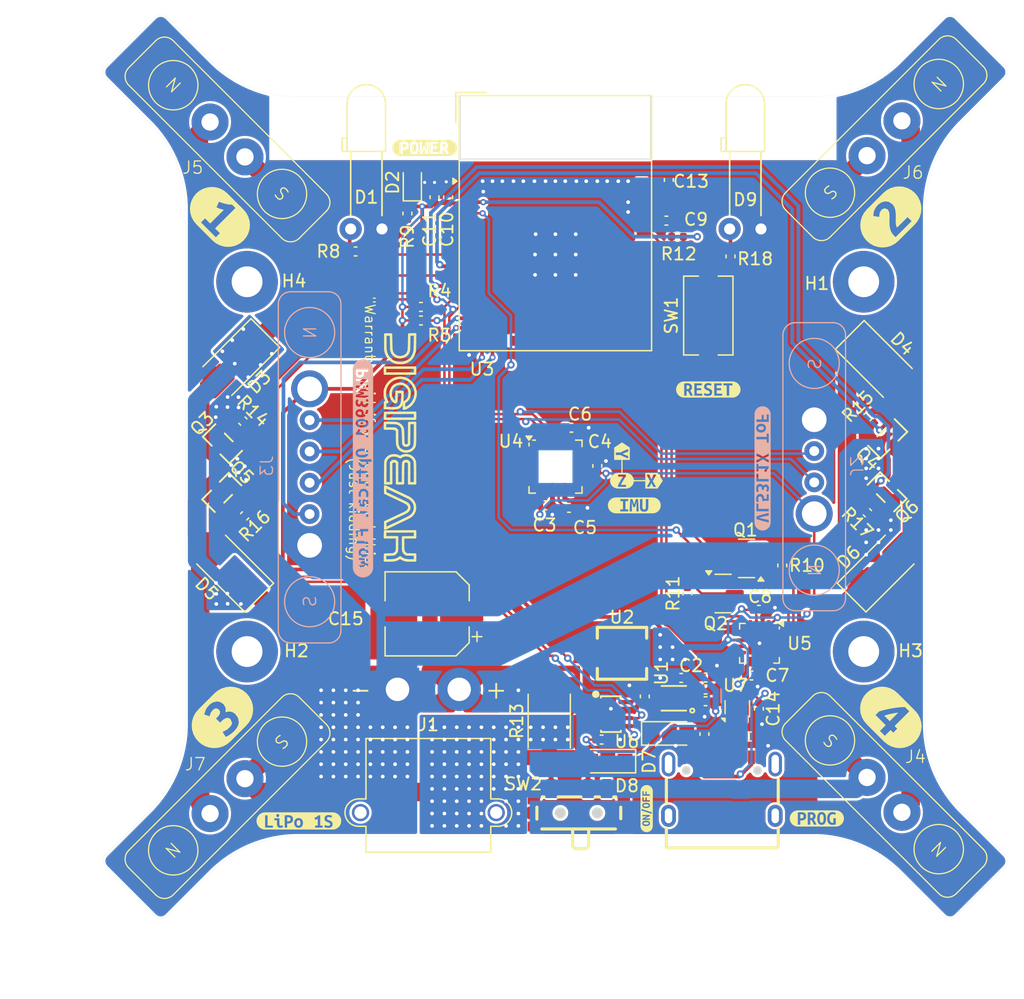
<source format=kicad_pcb>
(kicad_pcb (version 20241229) (generator "pcbnew") (generator_version "9.0")
  (layers (0 "F.Cu" signal) (2 "B.Cu" signal) (13 "F.Paste" user) (15 "B.Paste" user) (5 "F.SilkS" user "F.Silkscreen") (7 "B.SilkS" user "B.Silkscreen") (1 "F.Mask" user) (3 "B.Mask" user) (25 "Edge.Cuts" user))
  (net 0 "")
  (net 1 "+BATT")
  (net 2 "GND")
  (net 3 "+3V3")
  (net 4 "Net-(U1-FB)")
  (net 5 "Net-(U1-PG)")
  (net 6 "Net-(U1-SW)")
  (net 7 "Net-(U4-REGOUT)")
  (net 8 "Net-(U4-CPOUT)")
  (net 15 "Net-(D2-A)")
  (net 16 "/MCU/RTS")
  (net 20 "/MCU/CHIP_PU")
  (net 21 "Net-(D4-A)")
  (net 23 "Net-(Q1-B)")
  (net 28 "Net-(D5-A)")
  (net 35 "Net-(D6-A)")
  (net 36 "/MCU/GPIO0")
  (net 39 "/MCU/DTR")
  (net 40 "Net-(Q2-B)")
  (net 43 "/MCU/ESP_SDA")
  (net 44 "/MCU/Motor1_PWM")
  (net 45 "/MCU/ESP_SCL")
  (net 46 "Net-(USB1-CC2)")
  (net 47 "Net-(USB1-CC1)")
  (net 48 "/MCU/ESP_MOSI")
  (net 49 "/MCU/U0RXD")
  (net 50 "/MCU/ESP_SCLK")
  (net 51 "/MCU/ESP_MISO")
  (net 52 "/MCU/ESP_CS")
  (net 53 "/MCU/U0TXD")
  (net 74 "/MCU/D+")
  (net 75 "/MCU/D-")
  (net 83 "/MCU/Motor2_PWM")
  (net 84 "/MCU/Motor3_PWM")
  (net 85 "Net-(D3-A)")
  (net 86 "/MCU/Motor4_PWM")
  (net 89 "+VBUS")
  (net 90 "+VIN")
  (net 95 "Net-(USB1-DN1)")
  (net 96 "Net-(USB1-DP1)")
  (net 97 "Net-(J1-+)")
  (net 98 "Net-(D8-A)")
  (net 104 "Net-(D1-A)")
  (net 105 "Net-(D9-A)")
  (footprint "kibuzzard-696EF14F" (layer "F.Cu") (at 113 120.2 45)
    (property "Reference" "kibuzzard-696EF14F" (hide yes))
    (property "Value" "G***" (hide yes))
  )
  (footprint "Capacitor_SMD:C_0402_1005Metric" (layer "F.Cu") (at 152.180132 117.938641)
    (property "Reference" "R2" (hide yes))
    (property "Value" "162k")
  )
  (footprint "Capacitor_SMD:C_0402_1005Metric" (layer "F.Cu") (at 154.2 82.8 90)
    (property "Reference" "R18")
    (property "Value" "510")
  )
  (footprint "LED_THT:LED_D3.0mm_Horizontal_O6.35mm_Z2.0mm" (layer "F.Cu") (at 156.670001 80.575 180)
    (property "Reference" "D9")
    (property "Value" "LED")
  )
  (footprint "kibuzzard-696EF0B2" (layer "F.Cu") (at 161.2 128.4)
    (property "Reference" "kibuzzard-696EF0B2" (hide yes))
    (property "Value" "G***" (hide yes))
  )
  (footprint "Capacitor_SMD:C_0402_1005Metric" (layer "F.Cu") (at 149 79.9 180)
    (property "Reference" "C9")
    (property "Value" "1uF")
  )
  (footprint "Diode_SMD:D_SMA" (layer "F.Cu") (at 113.5 108 135)
    (property "Reference" "D5")
    (property "Value" "SS34")
  )
  (footprint "Capacitor_SMD:C_0402_1005Metric" (layer "F.Cu") (at 143.75 122)
    (property "Reference" "C12" (hide yes))
    (property "Value" "0.1uF")
  )
  (footprint "Capacitor_SMD:C_0402_1005Metric" (layer "F.Cu") (at 165.3 103.6 135)
    (property "Reference" "R17")
    (property "Value" "10k")
  )
  (footprint "LED_SMD:LED_0603_1608Metric" (layer "F.Cu") (at 128.4 76.812499 90)
    (property "Reference" "D2")
    (property "Value" "3V3 LED")
  )
  (footprint "Package_TO_SOT_SMD:SOT-23" (layer "F.Cu") (at 155.5 107.3 180)
    (property "Reference" "Q2")
    (property "Value" "SS8050")
  )
  (footprint "Capacitor_SMD:C_0402_1005Metric" (layer "F.Cu") (at 150.7 110.150999 90)
    (property "Reference" "R11")
    (property "Value" "10k")
  )
  (footprint "mini_drone:SW-SMD_SSSS811101" (layer "F.Cu") (at 141.9 127.5)
    (property "Reference" "SW2")
    (property "Value" "Slide_switch")
    (fp_poly (pts (xy -1.05385 0.391263) (xy -1.084254 0.277792) (xy -1.142991 0.176057) (xy -1.226057 0.092991) (xy -1.327792 0.034254) (xy -1.441263 0.00385) (xy -1.558737 0.00385) (xy -1.672208 0.034254) (xy -1.773943 0.092991) (xy -1.857009 0.176057) (xy -1.915746 0.277792) (xy -1.94615 0.391263) (xy -1.94615 0.508737) (xy -1.915746 0.622208) (xy -1.857009 0.723943) (xy -1.773943 0.807009) (xy -1.672208 0.865746) (xy -1.558737 0.89615) (xy -1.441263 0.89615) (xy -1.327792 0.865746) (xy -1.226057 0.807009) (xy -1.142991 0.723943) (xy -1.084254 0.622208) (xy -1.05385 0.508737)) (fill yes) (layer "Edge.Cuts"))
    (fp_poly (pts (xy 1.94615 0.391263) (xy 1.915746 0.277792) (xy 1.857009 0.176057) (xy 1.773943 0.092991) (xy 1.672208 0.034254) (xy 1.558737 0.00385) (xy 1.441263 0.00385) (xy 1.327792 0.034254) (xy 1.226057 0.092991) (xy 1.142991 0.176057) (xy 1.084254 0.277792) (xy 1.05385 0.391263) (xy 1.05385 0.508737) (xy 1.084254 0.622208) (xy 1.142991 0.723943) (xy 1.226057 0.807009) (xy 1.327792 0.865746) (xy 1.441263 0.89615) (xy 1.558737 0.89615) (xy 1.672208 0.865746) (xy 1.773943 0.807009) (xy 1.857009 0.723943) (xy 1.915746 0.622208) (xy 1.94615 0.508737)) (fill yes) (layer "Edge.Cuts"))
  )
  (footprint "Capacitor_SMD:CP_Elec_6.3x5.4" (layer "F.Cu") (at 129.6 111.8 180)
    (property "Reference" "C15")
    (property "Value" "220uF")
  )
  (footprint "Capacitor_SMD:C_0402_1005Metric" (layer "F.Cu") (at 141.3 96.7 180)
    (property "Reference" "C6")
    (property "Value" "2.2nF")
  )
  (footprint "kibuzzard-696EF202" (layer "F.Cu") (at 129.4 74)
    (property "Reference" "kibuzzard-696EF202" (hide yes))
    (property "Value" "G***" (hide yes))
  )
  (footprint "MountingHole:MountingHole_2.5mm_Pad" (layer "F.Cu") (at 115.000002 114.857863)
    (property "Reference" "H2")
    (property "Value" "MountingHole_Pad")
  )
  (footprint "Capacitor_SMD:C_0402_1005Metric" (layer "F.Cu") (at 158.4 107.870998 -90)
    (property "Reference" "R10")
    (property "Value" "10k")
  )
  (footprint "mini_drone:SOT-23-3_L2.9-W1.3-P1.90-LS2.4-BR" (layer "F.Cu") (at 166.899817 101.900184 -135)
    (property "Reference" "Q6")
    (property "Value" "AO3400")
  )
  (footprint "Capacitor_SMD:C_0402_1005Metric" (layer "F.Cu") (at 155.9 116.8)
    (property "Reference" "C7")
    (property "Value" "0.1uF")
  )
  (footprint "mini_drone:IND-SMD_L4.2-W4.0_SPM4030T" (layer "F.Cu") (at 145.4 115)
    (property "Reference" "U2")
    (property "Value" "470nH 6.9mΩ")
  )
  (footprint "Capacitor_SMD:C_0402_1005Metric" (layer "F.Cu") (at 156.5 119.5 -90)
    (property "Reference" "C14")
    (property "Value" "0.1uF")
  )
  (footprint "mini_drone:SOT-23-8_L2.9-W1.6-P0.65-LS2.8-BR" (layer "F.Cu") (at 144.5 119.935 180)
    (property "Reference" "U6")
    (property "Value" "INA236AIDDFR")
  )
  (footprint "kibuzzard-696EFB3D" (layer "F.Cu") (at 146.4 103)
    (property "Reference" "kibuzzard-696EFB3D" (hide yes))
    (property "Value" "G***" (hide yes))
  )
  (footprint "Capacitor_SMD:C_0402_1005Metric" (layer "F.Cu") (at 114.8 103.85 -135)
    (property "Reference" "R16")
    (property "Value" "10k")
  )
  (footprint "Capacitor_SMD:C_0402_1005Metric" (layer "F.Cu") (at 130.2 78 90)
    (property "Reference" "C11")
    (property "Value" "10uF")
  )
  (footprint "kibuzzard-696EF1EE" (layer "F.Cu") (at 152.4 93.6)
    (property "Reference" "kibuzzard-696EF1EE" (hide yes))
    (property "Value" "G***" (hide yes))
  )
  (footprint "Capacitor_SMD:C_0402_1005Metric" (layer "F.Cu") (at 141.1 103.2 180)
    (property "Reference" "C5")
    (property "Value" "0.1uF")
  )
  (footprint "Package_TO_SOT_SMD:SOT-666" (layer "F.Cu") (at 154.75 119.5 90)
    (property "Reference" "U7")
    (property "Value" "USBLC6-2P6")
  )
  (footprint "LED_THT:LED_D3.0mm_Horizontal_O6.35mm_Z2.0mm" (layer "F.Cu") (at 125.94 80.575 180)
    (property "Reference" "D1")
    (property "Value" "LED")
  )
  (footprint "kibuzzard-696EFAC1" (layer "F.Cu") (at 148 101 180)
    (property "Reference" "kibuzzard-696EFAC1" (hide yes))
    (property "Value" "G***" (hide yes))
  )
  (footprint "Capacitor_SMD:C_0402_1005Metric" (layer "F.Cu") (at 156.5 111.475)
    (property "Reference" "C8")
    (property "Value" "0.1uF")
  )
  (footprint "Sharing_Footprint:USB-C-SMD_TYPE-C-16PIN" (layer "F.Cu") (at 153.5 125.8115)
    (property "Reference" "USB1" (hide yes))
    (property "Value" "USB-C 16 Pins")
    (fp_poly (pts (xy -2.542994 -1.350684) (xy -2.566642 -1.438939) (xy -2.612326 -1.518067) (xy -2.676933 -1.582674) (xy -2.756061 -1.628358) (xy -2.844316 -1.652006) (xy -2.935684 -1.652006) (xy -3.023939 -1.628358) (xy -3.103067 -1.582674) (xy -3.167674 -1.518067) (xy -3.213358 -1.438939) (xy -3.237006 -1.350684) (xy -3.237006 -1.259316) (xy -3.213358 -1.171061) (xy -3.167674 -1.091933) (xy -3.103067 -1.027326) (xy -3.023939 -0.981642) (xy -2.935684 -0.957994) (xy -2.844316 -0.957994) (xy -2.756061 -0.981642) (xy -2.676933 -1.027326) (xy -2.612326 -1.091933) (xy -2.566642 -1.171061) (xy -2.542994 -1.259316)) (fill yes) (layer "Edge.Cuts"))
    (fp_poly (pts (xy 3.237006 -1.350684) (xy 3.213358 -1.438939) (xy 3.167674 -1.518067) (xy 3.103067 -1.582674) (xy 3.023939 -1.628358) (xy 2.935684 -1.652006) (xy 2.844316 -1.652006) (xy 2.756061 -1.628358) (xy 2.676933 -1.582674) (xy 2.612326 -1.518067) (xy 2.566642 -1.438939) (xy 2.542994 -1.350684) (xy 2.542994 -1.259316) (xy 2.566642 -1.171061) (xy 2.612326 -1.091933) (xy 2.676933 -1.027326) (xy 2.756061 -0.981642) (xy 2.844316 -0.957994) (xy 2.935684 -0.957994) (xy 3.023939 -0.981642) (xy 3.103067 -1.027326) (xy 3.167674 -1.091933) (xy 3.213358 -1.171061) (xy 3.237006 -1.259316)) (fill yes) (layer "Edge.Cuts"))
  )
  (footprint "Capacitor_SMD:C_0402_1005Metric" (layer "F.Cu") (at 149.2 76.6 90)
    (property "Reference" "C13")
    (property "Value" "0.1uF")
  )
  (footprint "mini_drone:VSON-7_L2.0-W2.0-P0.5-TL" (layer "F.Cu") (at 149.824999 118.6505 180)
    (property "Reference" "U1")
    (property "Value" "TPS62085RLTR")
  )
  (footprint "Capacitor_SMD:C_0402_1005Metric" (layer "F.Cu") (at 129.1 88 180)
    (property "Reference" "R5")
    (property "Value" "4.7k")
  )
  (footprint "Capacitor_SMD:C_0402_1005Metric" (layer "F.Cu") (at 129.1 86.9 180)
    (property "Reference" "R4")
    (property "Value" "4.7k")
  )
  (footprint "Capacitor_SMD:C_0402_1005Metric" (layer "F.Cu") (at 149.9 81.2)
    (property "Reference" "R12")
    (property "Value" "10k")
  )
  (footprint "kibuzzard-696EF12B" (layer "F.Cu") (at 112.8 79.6 -45)
    (property "Reference" "kibuzzard-696EF12B" (hide yes))
    (property "Value" "G***" (hide yes))
  )
  (footprint "Diode_SMD:Nexperia_CFP3_SOD-123W" (layer "F.Cu") (at 149.25 121.5)
    (property "Reference" "D7")
    (property "Value" "PMEG2010ER")
  )
  (footprint "Resistor_SMD:R_2512_6332Metric" (layer "F.Cu") (at 139.5 120.5 90)
    (property "Reference" "R13")
    (property "Value" "10m")
  )
  (footprint "Capacitor_SMD:C_0402_1005Metric" (layer "F.Cu") (at 152.176077 118.887763)
    (property "Reference" "R3" (hide yes))
    (property "Value" "1000k")
  )
  (footprint "MountingHole:MountingHole_2.5mm_Pad" (layer "F.Cu") (at 165.000002 84.857863)
    (property "Reference" "H1")
    (property "Value" "MountingHole_Pad")
  )
  (footprint "Package_DFN_QFN:WCH_QFN-16-1EP_3x3mm_P0.5mm_EP1.8x1.8mm" (layer "F.Cu") (at 156.55 114.1875 -90)
    (property "Reference" "U5")
    (property "Value" "CH343P")
  )
  (footprint "kibuzzard-696EF142" (layer "F.Cu") (at 167.2 79.6 45)
    (property "Reference" "kibuzzard-696EF142" (hide yes))
    (property "Value" "G***" (hide yes))
  )
  (footprint "Capacitor_SMD:C_0402_1005Metric" (layer "F.Cu") (at 155.77 121.75)
    (property "Reference" "R6" (hide yes))
    (property "Value" "5.1k")
  )
  (footprint "Capacitor_SMD:C_0402_1005Metric" (layer "F.Cu") (at 123.8 82.4 180)
    (property "Reference" "R8")
    (property "Value" "510")
  )
  (footprint "kibuzzard-696EFB18" (layer "F.Cu") (at 145.4 101)
    (property "Reference" "kibuzzard-696EFB18" (hide yes))
    (property "Value" "G***" (hide yes))
  )
  (footprint "kibuzzard-696EF15F" (layer "F.Cu") (at 167.2 120.2 -45)
    (property "Reference" "kibuzzard-696EF15F" (hide yes))
    (property "Value" "G***" (hide yes))
  )
  (footprint "mini_drone:POGO 2Pin Pitch 4" (layer "F.Cu") (at 169.867767 122.596699 135)
    (property "Reference" "J4")
    (property "Value" "Motor4_Pogo")
  )
  (footprint "Diode_SMD:Nexperia_CFP3_SOD-123W" (layer "F.Cu") (at 144.25 123.75 180)
    (property "Reference" "D8")
    (property "Value" "PMEG2010ER")
  )
  (footprint "Capacitor_SMD:C_0402_1005Metric" (layer "F.Cu") (at 128 79.32 -90)
    (property "Reference" "R9")
    (property "Value" "510")
  )
  (footprint "mini_drone:POGO 2Pin Pitch 4" (layer "F.Cu") (at 117.303301 129.767767 45)
    (property "Reference" "J7")
    (property "Value" "Motor3_Pogo")
  )
  (footprint "Capacitor_SMD:C_0402_1005Metric" (layer "F.Cu") (at 152.087215 121.550219 90)
    (property "Reference" "R7" (hide yes))
    (property "Value" "5.1k")
  )
  (footprint "kibuzzard-696EFAE6" (layer "F.Cu") (at 145.4 98.6 -90)
    (property "Reference" "kibuzzard-696EFAE6" (hide yes))
    (property "Value" "G***" (hide yes))
  )
  (footprint "Capacitor_SMD:C_0402_1005Metric" (layer "F.Cu") (at 150.2 117 180)
    (property "Reference" "C2")
    (property "Value" "22uF")
  )
  (footprint "RF_Module:ESP32-S2-MINI-1" (layer "F.Cu") (at 140 80.1)
    (property "Reference" "U3")
    (property "Value" "ESP32-S3-MINI-1")
  )
  (footprint "mini_drone:SOT-23-3_L2.9-W1.3-P1.90-LS2.4-BR" (layer "F.Cu") (at 113 98 45)
    (property "Reference" "Q3")
    (property "Value" "AO3400")
  )
  (footprint "Sharing_Footprint:AMASS_XT30PW-M" (layer "F.Cu") (at 127.2 117.925 180)
    (property "Reference" "J1")
    (property "Value" "XT30PW-M")
  )
  (footprint "mini_drone:SOT-23-3_L2.9-W1.3-P1.90-LS2.4-BR" (layer "F.Cu") (at 166.942893 97.592893 135)
    (property "Reference" "Q4")
    (property "Value" "AO3400")
  )
  (footprint "Diode_SMD:D_SMA" (layer "F.Cu") (at 166.5 108 45)
    (property "Reference" "D6")
    (property "Value" "SS34")
  )
  (footprint "mini_drone:SOT-23-3_L2.9-W1.3-P1.90-LS2.4-BR" (layer "F.Cu") (at 112.95 101.95 -45)
    (property "Reference" "Q5")
    (property "Value" "AO3400")
  )
  (footprint "Capacitor_SMD:C_0402_1005Metric" (layer "F.Cu") (at 139.2 103)
    (property "Reference" "C3")
    (property "Value" "10nF")
  )
  (footprint "mini_drone:POGO 2Pin Pitch 4" (layer "F.Cu") (at 110.232233 77.203301 -45)
    (property "Reference" "J5")
    (property "Value" "Motor1_Pogo")
  )
  (footprint "Diode_SMD:D_SMA" (layer "F.Cu") (at 114 91.5 -135)
    (property "Reference" "D3")
    (property "Value" "SS34")
  )
  (footprint "Sensor_Motion:InvenSense_QFN-24_4x4mm_P0.5mm" (layer "F.Cu") (at 140.011049 99.857425)
    (property "Reference" "U4")
    (property "Value" "MPU-6050")
  )
  (footprint "MountingHole:MountingHole_2.5mm_Pad" (layer "F.Cu") (at 115.000003 84.857863)
    (property "Reference" "H4")
    (property "Value" "MountingHole_Pad")
  )
  (footprint "kibuzzard-696EF1CC" (layer "F.Cu") (at 147.4 127.6 90)
    (property "Reference" "kibuzzard-696EF1CC" (hide yes))
    (property "Value" "G***" (hide yes))
  )
  (footprint "kibuzzard-696EF072" (layer "F.Cu") (at 119.2 128.6)
    (property "Reference" "kibuzzard-696EF072" (hide yes))
    (property "Value" "G***" (hide yes))
  )
  (footprint "Capacitor_SMD:C_0402_1005Metric" (layer "F.Cu") (at 147.25 118.5 90)
    (property "Reference" "C1" (hide yes))
    (property "Value" "10uF")
  )
  (footprint "Capacitor_SMD:C_0402_1005Metric" (layer "F.Cu") (at 165.35 95.8 45)
    (property "Reference" "R15")
    (property "Value" "10k")
  )
  (footprint "mini_drone:POGO 2Pin Pitch 4" (layer "F.Cu") (at 162.796699 70.032233 -135)
    (property "Reference" "J6")
    (property "Value" "Motor2_Pogo")
  )
  (footprint "Capacitor_SMD:C_0402_1005Metric" (layer "F.Cu") (at 114.660589 96.160589 -45)
    (property "Reference" "R14")
    (property "Value" "10k")
  )
  (footprint "Capacitor_SMD:C_0402_1005Metric" (layer "F.Cu") (at 131.3 78 90)
    (property "Reference" "C10")
    (property "Value" "0.1uF")
  )
  (footprint "Capacitor_SMD:C_0402_1005Metric" (layer "F.Cu") (at 152.180132 116.967486)
    (property "Reference" "R1" (hide yes))
    (property "Value" "510k")
  )
  (footprint "Package_TO_SOT_SMD:SOT-23" (layer "F.Cu") (at 153.599998 110.150999)
    (property "Reference" "Q1")
    (property "Value" "SS8050")
  )
  (footprint "Diode_SMD:D_SMA" (layer "F.Cu") (at 166.35 91.65 -45)
    (property "Reference" "D4")
    (property "Value" "SS34")
  )
  (footprint "Button_Switch_SMD:SW_Tactile_SPST_NO_Straight_CK_PTS636Sx25SMTRLFS" (layer "F.Cu") (at 152.4 87.6 90)
    (property "Reference" "SW1")
    (property "Value" "SW_Push")
  )
  (footprint "MountingHole:MountingHole_2.5mm_Pad" (layer "F.Cu") (at 165.000002 114.857863)
    (property "Reference" "H3")
    (property "Value" "MountingHole_Pad")
  )
  (footprint "Capacitor_SMD:C_0402_1005Metric" (layer "F.Cu") (at 143.4 99.8 -90)
    (property "Reference" "C4")
    (property "Value" "0.1uF")
  )
  (footprint "mini_drone:POGO 4Pin Pitch 2.54" (layer "B.Cu") (at 155.9082 101.132993 90)
    (property "Reference" "J2")
    (property "Value" "VL53L1X ToF Pogo")
  )
  (footprint "kibuzzard-696EF488" (layer "B.Cu") (at 156.8 100 90)
    (property "Reference" "kibuzzard-696EF488" (hide yes))
    (property "Value" "G***" (hide yes))
  )
  (footprint "kibuzzard-696EF46D" (layer "B.Cu") (at 124.4 100 -90)
    (property "Reference" "kibuzzard-696EF46D" (hide yes))
    (property "Value" "G***" (hide yes))
  )
  (footprint "mini_drone:POGO 6Pin Pitch 2.54" (layer "B.Cu") (at 125.152713 96.085718 -90)
    (property "Reference" "J3")
    (property "Value" "PMW3901 Optical Flow Pogo")
  )
  (gr_line (start 128.041796 104.006663) (end 128.206936 103.915212) (stroke (width 0.2)) (layer "F.SilkS"))
  (gr_line (start 127.847157 103.579503) (end 127.635272 103.684136) (stroke (width 0.2)) (layer "F.SilkS"))
  (gr_line (start 127.581086 98.996207) (end 127.533073 99.019455) (stroke (width 0.2)) (layer "F.SilkS"))
  (gr_arc (start 126.496016 99.060608) (mid 126.542437 99.030167) (end 126.591904 99.004969) (stroke (width 0.2)) (layer "F.SilkS"))
  (gr_line (start 126.180843 92.3075) (end 127.400844 92.3075) (stroke (width 0.2)) (layer "F.SilkS"))
  (gr_arc (start 128.121835 103.029457) (mid 128.140801 103.076112) (end 128.152536 103.125089) (stroke (width 0.2)) (layer "F.SilkS"))
  (gr_arc (start 127.565513 94.641175) (mid 127.554948 94.684271) (end 127.541832 94.726657) (stroke (width 0.2)) (layer "F.SilkS"))
  (gr_arc (start 128.152536 103.125089) (mid 128.156372 103.173112) (end 128.152502 103.221131) (stroke (width 0.2)) (layer "F.SilkS"))
  (gr_line (start 127.858702 95.108345) (end 127.919286 95.081456) (stroke (width 0.2)) (layer "F.SilkS"))
  (gr_arc (start 128.472733 93.254038) (mid 128.54009 93.378787) (end 128.594612 93.509654) (stroke (width 0.2)) (layer "F.SilkS"))
  (gr_arc (start 128.589053 102.959913) (mid 128.610056 103.08044) (end 128.615276 103.202676) (stroke (width 0.2)) (layer "F.SilkS"))
  (gr_line (start 128.620843 96.306232) (end 128.385843 96.311863) (stroke (width 0.2)) (layer "F.SilkS"))
  (gr_line (start 127.63249 98.974887) (end 127.581086 98.996207) (stroke (width 0.2)) (layer "F.SilkS"))
  (gr_line (start 126.261917 94.407904) (end 126.288755 94.470981) (stroke (width 0.2)) (layer "F.SilkS"))
  (gr_arc (start 127.837752 106.914528) (mid 127.818115 106.899238) (end 127.799581 106.882626) (stroke (width 0.2)) (layer "F.SilkS"))
  (gr_arc (start 127.761214 106.841985) (mid 127.743498 106.820233) (end 127.726867 106.797641) (stroke (width 0.2)) (layer "F.SilkS"))
  (gr_line (start 127.658612 102.684389) (end 127.874428 102.792857) (stroke (width 0.2)) (layer "F.SilkS"))
  (gr_arc (start 127.671403 106.680305) (mid 127.662371 106.641601) (end 127.657231 106.602191) (stroke (width 0.2)) (layer "F.SilkS"))
  (gr_line (start 127.645001 100.392498) (end 127.649515 99.889851) (stroke (width 0.2)) (layer "F.SilkS"))
  (gr_line (start 127.540842 102.10735) (end 127.372055 102.027548) (stroke (width 0.2)) (layer "F.SilkS"))
  (gr_arc (start 126.722322 94.313774) (mid 126.673572 94.17594) (end 126.647752 94.032038) (stroke (width 0.2)) (layer "F.SilkS"))
  (gr_line (start 127.819788 94.588178) (end 127.720843 94.65167) (stroke (width 0.2)) (layer "F.SilkS"))
  (gr_line (start 126.440844 89.1375) (end 126.210842 89.1375) (stroke (width 0.2)) (layer "F.SilkS"))
  (gr_arc (start 126.32916 94.551165) (mid 126.343057 94.572146) (end 126.35584 94.59382) (stroke (width 0.2)) (layer "F.SilkS"))
  (gr_line (start 126.200842 104.88513) (end 126.465843 104.759234) (stroke (width 0.2)) (layer "F.SilkS"))
  (gr_line (start 128.135843 105.592145) (end 128.620844 105.58679) (stroke (width 0.2)) (layer "F.SilkS"))
  (gr_arc (start 127.726867 106.797641) (mid 127.71313 106.776522) (end 127.700842 106.754528) (stroke (width 0.2)) (layer "F.SilkS"))
  (gr_arc (start 128.480973 90.811001) (mid 128.422556 90.921519) (end 128.351859 91.024613) (stroke (width 0.2)) (layer "F.SilkS"))
  (gr_line (start 127.4 101.207501) (end 127.639156 101.207501) (stroke (width 0.2)) (layer "F.SilkS"))
  (gr_arc (start 127.01992 96.320625) (mid 127.055513 96.323817) (end 127.090872 96.328969) (stroke (width 0.2)) (layer "F.SilkS"))
  (gr_line (start 128.140272 89.777501) (end 128.130569 90.22518) (stroke (width 0.2)) (layer "F.SilkS"))
  (gr_line (start 146.364324 101) (end 147.4 101) (stroke (width 0.1)) (layer "F.SilkS"))
  (gr_arc (start 128.161338 93.736828) (mid 128.175882 93.851631) (end 128.176992 93.967346) (stroke (width 0.2)) (layer "F.SilkS"))
  (gr_arc (start 127.256694 90.966959) (mid 127.157431 90.937503) (end 127.062176 90.89693) (stroke (width 0.2)) (layer "F.SilkS"))
  (gr_line (start 126.190843 106.997499) (end 126.185208 107.232498) (stroke (width 0.2)) (layer "F.SilkS"))
  (gr_arc (start 127.692445 90.923351) (mid 127.581479 90.958643) (end 127.466888 90.979323) (stroke (width 0.2)) (layer "F.SilkS"))
  (gr_line (start 126.21196 90.178772) (end 126.21746 90.349937) (stroke (width 0.2)) (layer "F.SilkS"))
  (gr_arc (start 126.32916 94.551165) (mid 126.320656 94.537898) (end 126.313253 94.523984) (stroke (width 0.2)) (layer "F.SilkS"))
  (gr_line (start 126.180844 96.307497) (end 126.180843 96.537499) (stroke (width 0.2)) (layer "F.SilkS"))
  (gr_arc (start 128.000025 98.133446) (mid 127.951459 98.1486) (end 127.900838 98.15372) (stroke (width 0.2)) (layer "F.SilkS"))
  (gr_line (start 126.190845 94.637498) (end 126.185237 94.869574) (stroke (width 0.2)) (layer "F.SilkS"))
  (gr_arc (start 127.962535 98.933126) (mid 128.103194 98.960875) (end 128.236119 99.014598) (stroke (width 0.2)) (layer "F.SilkS"))
  (gr_line (start 128.620844 95.487191) (end 127.405844 95.492345) (stroke (width 0.2)) (layer "F.SilkS"))
  (gr_line (start 127.635272 103.684136) (end 127.488384 103.752569) (stroke (width 0.2)) (layer "F.SilkS"))
  (gr_line (start 127.679473 98.959117) (end 127.63249 98.974887) (stroke (width 0.2)) (layer "F.SilkS"))
  (gr_line (start 128.385843 96.311863) (end 128.150844 96.317501) (stroke (width 0.2)) (layer "F.SilkS"))
  (gr_arc (start 127.410721 107.233138) (mid 127.423313 107.23212) (end 127.435314 107.23607) (stroke (width 0.2)) (layer "F.SilkS"))
  (gr_line (start 127.984666 102.316808) (end 127.85313 102.254711) (stroke (width 0.2)) (layer "F.SilkS"))
  (gr_arc (start 128.606309 97.991321) (mid 128.596397 98.073139) (end 128.57997 98.153901) (stroke (width 0.2)) (layer "F.SilkS"))
  (gr_arc (start 127.034171 99.427515) (mid 127.050385 99.435135) (end 127.064914 99.445622) (stroke (width 0.2)) (layer "F.SilkS"))
  (gr_arc (start 128.07883 94.325254) (mid 128.028989 94.399985) (end 127.969749 94.467514) (stroke (width 0.2)) (layer "F.SilkS"))
  (gr_arc (start 127.095911 94.553378) (mid 127.085143 94.582174) (end 127.066833 94.606872) (stroke (width 0.2)) (layer "F.SilkS"))
  (gr_arc (start 126.380373 90.87505) (mid 126.344795 90.808133) (end 126.313985 90.738889) (stroke (width 0.2)) (layer "F.SilkS"))
  (gr_arc (start 126.175513 93.781932) (mid 126.177818 93.73713) (end 126.182536 93.692517) (stroke (width 0.2)) (layer "F.SilkS"))
  (gr_line (start 126.478357 101.606476) (end 126.401 101.568542) (stroke (width 0.2)) (layer "F.SilkS"))
  (gr_line (start 127.720843 95.151835) (end 127.775844 95.139174) (stroke (width 0.2)) (layer "F.SilkS"))
  (gr_line (start 127.52851 93.80077) (end 127.48786 93.795802) (stroke (width 0.2)) (layer "F.SilkS"))
  (gr_arc (start 128.152502 103.221131) (mid 128.14096 103.27111) (end 128.122898 103.319117) (stroke (width 0.2)) (layer "F.SilkS"))
  (gr_line (start 127.160842 105.5875) (end 127.160842 106.125058) (stroke (width 0.2)) (layer "F.SilkS"))
  (gr_line (start 126.557499 104.189025) (end 126.413325 104.256529) (stroke (width 0.2)) (layer "F.SilkS"))
  (gr_line (start 126.51701 107.4675) (end 126.791124 107.45978) (stroke (width 0.2)) (layer "F.SilkS"))
  (gr_line (start 126.846985 99.41952) (end 126.920843 99.417498) (stroke (width 0.2)) (layer "F.SilkS"))
  (gr_arc (start 126.463695 90.998035) (mid 126.419824 90.938039) (end 126.380373 90.87505) (stroke (width 0.2)) (layer "F.SilkS"))
  (gr_arc (start 126.880272 94.535027) (mid 126.790268 94.432273) (end 126.722322 94.313774) (stroke (width 0.2)) (layer "F.SilkS"))
  (gr_arc (start 127.409526 92.648809) (mid 127.593612 92.66061) (end 127.774044 92.69896) (stroke (width 0.2)) (layer "F.SilkS"))
  (gr_arc (start 128.053189 99.45498) (mid 128.069765 99.469819) (end 128.085194 99.485848) (stroke (width 0.2)) (layer "F.SilkS"))
  (gr_line (start 128.085194 99.485848) (end 128.140844 99.548129) (stroke (width 0.2)) (layer "F.SilkS"))
  (gr_line (start 126.920935 94.570434) (end 126.880272 94.535027) (stroke (width 0.2)) (layer "F.SilkS"))
  (gr_arc (start 126.229775 99.422718) (mid 126.24122 99.377128) (end 126.257994 99.333224) (stroke (width 0.2)) (layer "F.SilkS"))
  (gr_arc (start 126.985614 107.434225) (mid 126.888845 107.450617) (end 126.791124 107.45978) (stroke (width 0.2)) (layer "F.SilkS"))
  (gr_arc (start 127.726396 107.40386) (mid 127.669184 107.381642) (end 127.613131 107.356642) (stroke (width 0.2)) (layer "F.SilkS"))
  (gr_line (start 126.884751 101.795436) (end 126.782111 101.746387) (stroke (width 0.2)) (layer "F.SilkS"))
  (gr_arc (start 128.062472 103.416117) (mid 128.0224 103.459303) (end 127.977443 103.497377) (stroke (width 0.2)) (layer "F.SilkS"))
  (gr_line (start 128.140844 97.170908) (end 128.130844 98.024314) (stroke (width 0.2)) (layer "F.SilkS"))
  (gr_line (start 126.825279 96.773705) (end 126.937547 96.780156) (stroke (width 0.2)) (layer "F.SilkS"))
  (gr_line (start 127.656268 97.470892) (end 127.649054 97.250868) (stroke (width 0.2)) (layer "F.SilkS"))
  (gr_line (start 128.272752 106.984153) (end 127.924661 106.9775) (stroke (width 0.2)) (layer "F.SilkS"))
  (gr_arc (start 126.35506 94.613323) (mid 126.347018 94.621134) (end 126.336483 94.624983) (stroke (width 0.2)) (layer "F.SilkS"))
  (gr_line (start 126.180843 91.827499) (end 126.180843 92.067501) (stroke (width 0.2)) (layer "F.SilkS"))
  (gr_arc (start 126.591904 99.004969) (mid 126.674335 98.974143) (end 126.759814 98.953173) (stroke (width 0.2)) (layer "F.SilkS"))
  (gr_arc (start 128.091685 93.538039) (mid 128.134123 93.634767) (end 128.161338 93.736828) (stroke (width 0.2)) (layer "F.SilkS"))
  (gr_arc (start 127.121918 98.965935) (mid 127.211135 98.993423) (end 127.297079 99.029882) (stroke (width 0.2)) (layer "F.SilkS"))
  (gr_arc (start 128.264179 98.533466) (mid 128.080281 98.601424) (end 127.885432 98.623142) (stroke (width 0.2)) (layer "F.SilkS"))
  (gr_arc (start 127.965007 93.36849) (mid 128.034788 93.448452) (end 128.091685 93.538039) (stroke (width 0.2)) (layer "F.SilkS"))
  (gr_arc (start 127.064914 99.445622) (mid 127.084268 99.463642) (end 127.102486 99.482815) (stroke (width 0.2)) (layer "F.SilkS"))
  (gr_arc (start 128.577024 103.438393) (mid 128.534136 103.549118) (end 128.476232 103.652785) (stroke (width 0.2)) (layer "F.SilkS"))
  (gr_arc (start 127.374827 107.249314) (mid 127.392194 107.23994) (end 127.410721 107.233138) (stroke (width 0.2)) (layer "F.SilkS"))
  (gr_arc (start 127.977443 103.497377) (mid 127.913947 103.541053) (end 127.847157 103.579503) (stroke (width 0.2)) (layer "F.SilkS"))
  (gr_arc (start 128.457437 99.190152) (mid 128.536872 99.304532) (end 128.591638 99.43257) (stroke (width 0.2)) (layer "F.SilkS"))
  (gr_arc (start 128.130569 90.22518) (mid 128.12563 90.315935) (end 128.115695 90.406278) (stroke (width 0.2)) (layer "F.SilkS"))
  (gr_arc (start 128.017193 90.669721) (mid 127.961193 90.74863) (end 127.889942 90.814098) (stroke (width 0.2)) (layer "F.SilkS"))
  (gr_arc (start 126.558897 92.992697) (mid 126.635355 92.924792) (end 126.717095 92.86334) (stroke (width 0.2)) (layer "F.SilkS"))
  (gr_line (start 128.150846 89.137498) (end 128.140272 89.777501) (stroke (width 0.2)) (layer "F.SilkS"))
  (gr_line (start 126.180843 92.067501) (end 126.180843 92.3075) (stroke (width 0.2)) (layer "F.SilkS"))
  (gr_line (start 127.102486 99.482815) (end 127.160845 99.548129) (stroke (width 0.2)) (layer "F.SilkS"))
  (gr_arc (start 126.739202 99.482816) (mid 126.757419 99.46364) (end 126.776772 99.445619) (stroke (width 0.2)) (layer "F.SilkS"))
  (gr_line (start 127.639156 101.207501) (end 127.645001 100.392498) (stroke (width 0.2)) (layer "F.SilkS"))
  (gr_arc (start 128.319397 103.833141) (mid 128.264978 103.876662) (end 128.206936 103.915212) (stroke (width 0.2)) (layer "F.SilkS"))
  (gr_arc (start 127.619408 96.806618) (mid 127.625286 96.841741) (end 127.628869 96.877169) (stroke (width 0.2)) (layer "F.SilkS"))
  (gr_arc (start 127.9185 107.449845) (mid 127.876469 107.443612) (end 127.834793 107.435353) (stroke (width 0.2)) (layer "F.SilkS"))
  (gr_arc (start 128.09708 92.85135) (mid 128.205021 92.934357) (end 128.302988 93.028934) (stroke (width 0.2)) (layer "F.SilkS"))
  (gr_line (start 126.173953 93.9275) (end 126.176396 94.076933) (stroke (width 0.2)) (layer "F.SilkS"))
  (gr_line (start 126.579027 104.705488) (end 126.699998 104.648083) (stroke (width 0.2)) (layer "F.SilkS"))
  (gr_line (start 127.666714 97.834701) (end 127.656268 97.470892) (stroke (width 0.2)) (layer "F.SilkS"))
  (gr_line (start 126.811233 104.595337) (end 126.890842 104.557637) (stroke (width 0.2)) (layer "F.SilkS"))
  (gr_arc (start 127.541832 94.726657) (mid 127.520555 94.78266) (end 127.495602 94.837125) (stroke (width 0.2)) (layer "F.SilkS"))
  (gr_arc (start 128.510685 94.518016) (mid 128.406374 94.68437) (end 128.279567 94.834285) (stroke (width 0.2)) (layer "F.SilkS"))
  (gr_arc (start 128.615276 103.202676) (mid 128.604337 103.321866) (end 128.577024 103.438393) (stroke (width 0.2)) (layer "F.SilkS"))
  (gr_line (start 126.680845 101.207498) (end 126.680844 100.377817) (stroke (width 0.2)) (layer "F.SilkS"))
  (gr_line (start 128.620844 107.229153) (end 128.620843 106.990805) (stroke (width 0.2)) (layer "F.SilkS"))
  (gr_arc (start 128.082328 98.075937) (mid 128.044157 98.108956) (end 128.000025 98.133446) (stroke (width 0.2)) (layer "F.SilkS"))
  (gr_line (start 128.620843 95.967501) (end 128.620843 95.727345) (stroke (width 0.2)) (layer "F.SilkS"))
  (gr_line (start 126.694252 101.705079) (end 126.616502 101.668955) (stroke (width 0.2)) (layer "F.SilkS"))
  (gr_arc (start 126.398352 99.143869) (mid 126.445709 99.10051) (end 126.496016 99.060608) (stroke (width 0.2)) (layer "F.SilkS"))
  (gr_arc (start 128.279567 94.834285) (mid 128.139299 94.955743) (end 127.980685 95.052004) (stroke (width 0.2)) (layer "F.SilkS"))
  (gr_arc (start 127.371702 94.994748) (mid 127.33089 95.024972) (end 127.287313 95.051058) (stroke (width 0.2)) (layer "F.SilkS"))
  (gr_line (start 126.200846 101.730011) (end 126.200845 101.990444) (stroke (width 0.2)) (layer "F.SilkS"))
  (gr_line (start 127.01992 96.320625) (end 126.888237 96.313807) (stroke (width 0.2)) (layer "F.SilkS"))
  (gr_arc (start 126.184192 94.164078) (mid 126.178995 94.12062) (end 126.176396 94.076933) (stroke (width 0.2)) (layer "F.SilkS"))
  (gr_line (start 127.650844 105.597497) (end 128.135843 105.592145) (stroke (width 0.2)) (layer "F.SilkS"))
  (gr_arc (start 128.591638 99.43257) (mid 128.600714 99.469419) (end 128.605196 99.507106) (stroke (width 0.2)) (layer "F.SilkS"))
  (gr_line (start 128.61762 99.941106) (end 128.612758 99.680691) (stroke (width 0.2)) (layer "F.SilkS"))
  (gr_line (start 127.287683 93.787719) (end 127.124525 93.7875) (stroke (width 0.2)) (layer "F.SilkS"))
  (gr_line (start 128.387697 89.131847) (end 128.150846 89.137498) (stroke (width 0.2)) (layer "F.SilkS"))
  (gr_arc (start 127.051684 96.82056) (mid 127.068467 96.832194) (end 127.084551 96.844782) (stroke (width 0.2)) (layer "F.SilkS"))
  (gr_line (start 127.160962 97.424035) (end 127.164676 97.787477) (stroke (width 0.2)) (layer "F.SilkS"))
  (gr_arc (start 126.230885 90.463132) (mid 126.222493 90.406733) (end 126.21746 90.349937) (stroke (width 0.2)) (layer "F.SilkS"))
  (gr_line (start 126.20972 99.738737) (end 126.205059 100.322498) (stroke (width 0.2)) (layer "F.SilkS"))
  (gr_line (start 128.618248 97.7245) (end 128.620843 97.14588) (stroke (width 0.2)) (layer "F.SilkS"))
  (gr_line (start 128.620843 107.467501) (end 128.620844 107.229153) (stroke (width 0.2)) (layer "F.SilkS"))
  (gr_line (start 126.200845 104.620143) (end 126.200842 104.88513) (stroke (width 0.2)) (layer "F.SilkS"))
  (gr_line (start 128.021396 107.459758) (end 128.146609 107.46562) (stroke (width 0.2)) (layer "F.SilkS"))
  (gr_arc (start 127.690243 98.027783) (mid 127.680775 97.994349) (end 127.675188 97.960057) (stroke (width 0.2)) (layer "F.SilkS"))
  (gr_arc (start 126.759814 98.953173) (mid 126.849363 98.941686) (end 126.939633 98.939967) (stroke (width 0.2)) (layer "F.SilkS"))
  (gr_arc (start 127.515049 107.30401) (mid 127.485926 107.282985) (end 127.460738 107.257373) (stroke (width 0.2)) (layer "F.SilkS"))
  (gr_line (start 128.146609 107.46562) (end 128.299791 107.467501) (stroke (width 0.2)) (layer "F.SilkS"))
  (gr_arc (start 127.158088 106.507609) (mid 127.15409 106.588611) (end 127.144448 106.669135) (stroke (width 0.2)) (layer "F.SilkS"))
  (gr_line (start 126.179573 105.5875) (end 126.670209 105.5875) (stroke (width 0.2)) (layer "F.SilkS"))
  (gr_arc (start 126.937547 96.780156) (mid 126.961257 96.782978) (end 126.984559 96.788195) (stroke (width 0.2)) (layer "F.SilkS"))
  (gr_line (start 127.720843 94.65167) (end 127.720843 94.901754) (stroke (width 0.2)) (layer "F.SilkS"))
  (gr_line (start 128.140844 99.548129) (end 128.140844 100.377817) (stroke (width 0.2)) (layer "F.SilkS"))
  (gr_arc (start 128.658917 93.7775) (mid 128.667046 93.963848) (end 128.644263 94.148977) (stroke (width 0.2)) (layer "F.SilkS"))
  (gr_line (start 128.056286 102.35065) (end 127.984666 102.316808) (stroke (width 0.2)) (layer "F.SilkS"))
  (gr_arc (start 126.776772 99.445619) (mid 126.791293 99.435116) (end 126.807517 99.427516) (stroke (width 0.2)) (layer "F.SilkS"))
  (gr_arc (start 127.839579 91.385436) (mid 127.778521 91.405667) (end 127.716168 91.421457) (stroke (width 0.2)) (layer "F.SilkS"))
  (gr_arc (start 128.176992 93.967346) (mid 128.167177 94.063954) (end 128.147276 94.159001) (stroke (width 0.2)) (layer "F.SilkS"))
  (gr_arc (start 127.555315 96.638101) (mid 127.594339 96.719707) (end 127.619408 96.806618) (stroke (width 0.2)) (layer "F.SilkS"))
  (gr_arc (start 127.111585 106.768453) (mid 127.082721 106.814555) (end 127.047338 106.855865) (stroke (width 0.2)) (layer "F.SilkS"))
  (gr_arc (start 127.236722 93.154259) (mid 127.380811 93.132625) (end 127.526463 93.136485) (stroke (width 0.2)) (layer "F.SilkS"))
  (gr_arc (start 127.885432 98.623142) (mid 127.692235 98.597286) (end 127.511077 98.525345) (stroke (width 0.2)) (layer "F.SilkS"))
  (gr_arc (start 126.717095 92.86334) (mid 126.874358 92.771782) (end 127.043746 92.705271) (stroke (width 0.2)) (layer "F.SilkS"))
  (gr_arc (start 126.257858 90.577499) (mid 126.242821 90.520679) (end 126.230885 90.463132) (stroke (width 0.2)) (layer "F.SilkS"))
  (gr_line (start 126.670209 105.5875) (end 127.160842 105.5875) (stroke (width 0.2)) (layer "F.SilkS"))
  (gr_arc (start 126.908028 90.789092) (mid 126.845054 90.71929) (end 126.793341 90.640782) (stroke (width 0.2)) (layer "F.SilkS"))
  (gr_arc (start 127.655715 99.68846) (mid 127.659911 99.632515) (end 127.666794 99.576839) (stroke (width 0.2)) (layer "F.SilkS"))
  (gr_line (start 128.609518 90.108646) (end 128.615418 89.781848) (stroke (width 0.2)) (layer "F.SilkS"))
  (gr_arc (start 128.594612 93.509654) (mid 128.634068 93.641824) (end 128.658917 93.7775) (stroke (width 0.2)) (layer "F.SilkS"))
  (gr_arc (start 127.786725 99.427365) (mid 127.819648 99.416825) (end 127.853806 99.411511) (stroke (width 0.2)) (layer "F.SilkS"))
  (gr_line (start 126.544932 101.638431) (end 126.478357 101.606476) (stroke (width 0.2)) (layer "F.SilkS"))
  (gr_line (start 126.201493 94.2401) (end 126.236092 94.341716) (stroke (width 0.2)) (layer "F.SilkS"))
  (gr_line (start 128.612758 99.680691) (end 128.605196 99.507106) (stroke (width 0.2)) (layer "F.SilkS"))
  (gr_arc (start 127.579916 94.550335) (mid 127.57393 94.595948) (end 127.565513 94.641175) (stroke (width 0.2)) (layer "F.SilkS"))
  (gr_arc (start 127.900838 98.15372) (mid 127.850219 98.148598) (end 127.801652 98.133436) (stroke (width 0.2)) (layer "F.SilkS"))
  (gr_arc (start 127.972216 91.328317) (mid 127.906622 91.358561) (end 127.839579 91.385436) (stroke (width 0.2)) (layer "F.SilkS"))
  (gr_line (start 128.140843 101.207501) (end 128.380846 101.207499) (stroke (width 0.2)) (layer "F.SilkS"))
  (gr_line (start 126.179624 95.101655) (end 126.575891 95.115844) (stroke (width 0.2)) (layer "F.SilkS"))
  (gr_line (start 126.180843 96.537499) (end 126.180843 96.767498) (stroke (width 0.2)) (layer "F.SilkS"))
  (gr_line (start 126.228495 93.517692) (end 126.19827 93.615103) (stroke (width 0.2)) (layer "F.SilkS"))
  (gr_arc (start 127.689654 99.51335) (mid 127.709254 99.485742) (end 127.732675 99.461295) (stroke (width 0.2)) (layer "F.SilkS"))
  (gr_arc (start 128.51911 102.779291) (mid 128.560049 102.867292) (end 128.589053 102.959913) (stroke (width 0.2)) (layer "F.SilkS"))
  (gr_line (start 128.620844 101.207501) (end 128.619505 100.362499) (stroke (width 0.2)) (layer "F.SilkS"))
  (gr_arc (start 126.609907 101.667502) (mid 126.606585 101.667123) (end 126.603415 101.666047) (stroke (width 0.2)) (layer "F.SilkS"))
  (gr_line (start 127.649054 97.250868) (end 127.639426 97.047487) (stroke (width 0.2)) (layer "F.SilkS"))
  (gr_line (start 128.150844 96.317501) (end 128.140844 97.170908) (stroke (width 0.2)) (layer "F.SilkS"))
  (gr_line (start 126.236092 94.341716) (end 126.261917 94.407904) (stroke (width 0.2)) (layer "F.SilkS"))
  (gr_arc (start 126.216084 99.536428) (mid 126.221045 99.479343) (end 126.229775 99.422718) (stroke (width 0.2)) (layer "F.SilkS"))
  (gr_arc (start 126.201493 94.2401) (mid 126.19142 94.20241) (end 126.184192 94.164078) (stroke (width 0.2)) (layer "F.SilkS"))
  (gr_arc (start 127.700842 106.754528) (mid 127.684295 106.718141) (end 127.671403 106.680305) (stroke (width 0.2)) (layer "F.SilkS"))
  (gr_line (start 127.087742 103.940069) (end 126.900844 104.027838) (stroke (width 0.2)) (layer "F.SilkS"))
  (gr_arc (start 128.147276 94.159001) (mid 128.11853 94.244382) (end 128.07883 94.325254) (stroke (width 0.2)) (layer "F.SilkS"))
  (gr_arc (start 127.874428 102.792857) (mid 127.931817 102.825704) (end 127.986892 102.862299) (stroke (width 0.2)) (layer "F.SilkS"))
  (gr_line (start 126.670844 89.137499) (end 126.440844 89.1375) (stroke (width 0.2)) (layer "F.SilkS"))
  (gr_arc (start 127.178674 97.995983) (mid 127.169232 97.891895) (end 127.164676 97.787477) (stroke (width 0.2)) (layer "F.SilkS"))
  (gr_line (start 128.380846 101.207499) (end 128.620844 101.207501) (stroke (width 0.2)) (layer "F.SilkS"))
  (gr_line (start 127.657231 106.602191) (end 127.651804 106.474764) (stroke (width 0.2)) (layer "F.SilkS"))
  (gr_arc (start 128.08326 90.530457) (mid 128.052627 90.60123) (end 128.017193 90.669721) (stroke (width 0.2)) (layer "F.SilkS"))
  (gr_line (start 127.160846 101.207498) (end 127.4 101.207501) (stroke (width 0.2)) (layer "F.SilkS"))
  (gr_arc (start 127.279489 96.388605) (mid 127.363064 96.435762) (end 127.438803 96.494685) (stroke (width 0.2)) (layer "F.SilkS"))
  (gr_line (start 127.579916 94.550335) (end 127.588979 94.424145) (stroke (width 0.2)) (layer "F.SilkS"))
  (gr_line (start 128.601792 90.319628) (end 128.609518 90.108646) (stroke (width 0.2)) (layer "F.SilkS"))
  (gr_arc (start 127.179683 95.093702) (mid 127.117788 95.107592) (end 127.054924 95.116071) (stroke (width 0.2)) (layer "F.SilkS"))
  (gr_arc (start 127.420044 91.447263) (mid 127.29057 91.442565) (end 127.161808 91.428227) (stroke (width 0.2)) (layer "F.SilkS"))
  (gr_arc (start 127.716168 91.421457) (mid 127.64994 91.433402) (end 127.583058 91.440865) (stroke (width 0.2)) (layer "F.SilkS"))
  (gr_arc (start 127.935527 99.41297) (mid 127.960042 99.416451) (end 127.984316 99.42134) (stroke (width 0.2)) (layer "F.SilkS"))
  (gr_arc (start 127.984316 99.42134) (mid 128.003246 99.426865) (end 128.021437 99.434488) (stroke (width 0.2)) (layer "F.SilkS"))
  (gr_line (start 126.200842 104.355152) (end 126.200845 104.620143) (stroke (width 0.2)) (layer "F.SilkS"))
  (gr_line (start 126.185208 107.232498) (end 126.179574 107.467501) (stroke (width 0.2)) (layer "F.SilkS"))
  (gr_arc (start 126.71535 90.451255) (mid 126.709602 90.425483) (end 126.706676 90.399242) (stroke (width 0.2)) (layer "F.SilkS"))
  (gr_arc (start 126.312857 93.322174) (mid 126.364654 93.232038) (end 126.423474 93.146316) (stroke (width 0.2)) (layer "F.SilkS"))
  (gr_arc (start 127.780844 93.224355) (mid 127.877009 93.291202) (end 127.965007 93.36849) (stroke (width 0.2)) (layer "F.SilkS"))
  (gr_line (start 127.924661 106.9775) (end 127.837752 106.914528) (stroke (width 0.2)) (layer "F.SilkS"))
  (gr_line (start 126.680845 99.54813) (end 126.739202 99.482816) (stroke (width 0.2)) (layer "F.SilkS"))
  (gr_line (start 127.18724 101.939833) (end 127.014051 101.857354) (stroke (width 0.2)) (layer "F.SilkS"))
  (gr_line (start 126.210846 89.777498) (end 126.21196 90.178772) (stroke (width 0.2)) (layer "F.SilkS"))
  (gr_line (start 128.620843 92.0675) (end 128.620843 91.827501) (stroke (width 0.2)) (layer "F.SilkS"))
  (gr_line (start 127.160845 96.930571) (end 127.160962 97.424035) (stroke (width 0.2)) (layer "F.SilkS"))
  (gr_arc (start 127.666794 99.576839) (mid 127.67506 99.543953) (end 127.689654 99.51335) (stroke (width 0.2)) (layer "F.SilkS"))
  (gr_line (start 127.372055 102.027548) (end 127.18724 101.939833) (stroke (width 0.2)) (layer "F.SilkS"))
  (gr_arc (start 127.257353 98.266798) (mid 127.229015 98.205024) (end 127.207188 98.140662) (stroke (width 0.2)) (layer "F.SilkS"))
  (gr_line (start 127.720843 94.901754) (end 127.720843 95.151835) (stroke (width 0.2)) (layer "F.SilkS"))
  (gr_line (start 127.400844 92.3075) (end 128.620843 92.307499) (stroke (width 0.2)) (layer "F.SilkS"))
  (gr_line (start 126.335843 104.292604) (end 126.200842 104.355152) (stroke (width 0.2)) (layer "F.SilkS"))
  (gr_arc (start 127.719361 98.075923) (mid 127.702264 98.053389) (end 127.690243 98.027783) (stroke (width 0.2)) (layer "F.SilkS"))
  (gr_line (start 127.160842 100.377814) (end 127.160846 101.207498) (stroke (width 0.2)) (layer "F.SilkS"))
  (gr_arc (start 128.400541 102.609642) (mid 128.464437 102.691243) (end 128.51911 102.779291) (stroke (width 0.2)) (layer "F.SilkS"))
  (gr_line (start 126.190843 95.497499) (end 126.185208 95.732498) (stroke (width 0.2)) (layer "F.SilkS"))
  (gr_arc (start 126.182536 93.692517) (mid 126.189083 93.653542) (end 126.19827 93.615103) (stroke (width 0.2)) (layer "F.SilkS"))
  (gr_arc (start 128.021437 99.434488) (mid 128.037929 99.44378) (end 128.053189 99.45498) (stroke (width 0.2)) (layer "F.SilkS"))
  (gr_arc (start 127.047338 106.855865) (mid 127.007193 106.893232) (end 126.96428 106.927393) (stroke (width 0.2)) (layer "F.SilkS"))
  (gr_arc (start 128.060603 102.932649) (mid 128.093707 102.979479) (end 128.121835 103.029457) (stroke (width 0.2)) (layer "F.SilkS"))
  (gr_arc (start 127.140471 107.385847) (mid 127.064228 107.413823) (end 126.985614 107.434225) (stroke (width 0.2)) (layer "F.SilkS"))
  (gr_arc (start 126.749125 91.268634) (mid 126.656397 91.198371) (end 126.570845 91.119535) (stroke (width 0.2)) (layer "F.SilkS"))
  (gr_line (start 126.180843 96.767498) (end 126.545843 96.767611) (stroke (width 0.2)) (layer "F.SilkS"))
  (gr_line (start 126.890842 104.557637) (end 127.738701 104.155532) (stroke (width 0.2)) (layer "F.SilkS"))
  (gr_line (start 128.130844 98.024314) (end 128.082328 98.075937) (stroke (width 0.2)) (layer "F.SilkS"))
  (gr_arc (start 127.043746 92.705271) (mid 127.224595 92.663804) (end 127.409526 92.648809) (stroke (width 0.2)) (layer "F.SilkS"))
  (gr_line (start 126.680844 100.377817) (end 126.680845 99.54813) (stroke (width 0.2)) (layer "F.SilkS"))
  (gr_line (start 127.806147 95.12981) (end 127.858702 95.108345) (stroke (width 0.2)) (layer "F.SilkS"))
  (gr_arc (start 126.942148 91.370189) (mid 126.842688 91.325016) (end 126.749125 91.268634) (stroke (width 0.2)) (layer "F.SilkS"))
  (gr_arc (start 127.613131 107.356642) (mid 127.563454 107.331513) (end 127.515049 107.30401) (stroke (width 0.2)) (layer "F.SilkS"))
  (gr_line (start 127.42573 93.791642) (end 127.355847 93.788746) (stroke (width 0.2)) (layer "F.SilkS"))
  (gr_line (start 127.117685 94.17446) (end 127.110424 94.439974) (stroke (width 0.2)) (layer "F.SilkS"))
  (gr_arc (start 128.57997 98.153901) (mid 128.559114 98.218821) (end 128.529371 98.280185) (stroke (width 0.2)) (layer "F.SilkS"))
  (gr_line (start 127.85313 102.254711) (end 127.699354 102.182138) (stroke (width 0.2)) (layer "F.SilkS"))
  (gr_line (start 126.541785 106.9875) (end 126.190843 106.997499) (stroke (width 0.2)) (layer "F.SilkS"))
  (gr_arc (start 127.285153 107.3078) (mid 127.21465 107.350226) (end 127.140471 107.385847) (stroke (width 0.2)) (layer "F.SilkS"))
  (gr_line (start 126.185208 95.732498) (end 126.179574 95.967501) (stroke (width 0.2)) (layer "F.SilkS"))
  (gr_arc (start 127.161808 91.428227) (mid 127.050378 91.40526) (end 126.942148 91.370189) (stroke (width 0.2)) (layer "F.SilkS"))
  (gr_line (start 126.888237 96.313807) (end 126.733845 96.309076) (stroke (width 0.2)) (layer "F.SilkS"))
  (gr_arc (start 127.969749 94.467514) (mid 127.898001 94.531864) (end 127.819788 94.588178) (stroke (width 0.2)) (layer "F.SilkS"))
  (gr_arc (start 128.529371 98.280185) (mid 128.415065 98.425977) (end 128.264179 98.533466) (stroke (width 0.2)) (layer "F.SilkS"))
  (gr_line (start 126.275845 94.631349) (end 126.190845 94.637498) (stroke (width 0.2)) (layer "F.SilkS"))
  (gr_line (start 127.014051 101.857354) (end 126.884751 101.795436) (stroke (width 0.2)) (layer "F.SilkS"))
  (gr_line (start 126.545843 96.767611) (end 126.691008 96.76915) (stroke (width 0.2)) (layer "F.SilkS"))
  (gr_line (start 127.405844 95.492345) (end 126.190843 95.497499) (stroke (width 0.2)) (layer "F.SilkS"))
  (gr_arc (start 127.801652 98.133436) (mid 127.757525 98.108945) (end 127.719361 98.075923) (stroke (width 0.2)) (layer "F.SilkS"))
  (gr_line (start 126.574205 96.307497) (end 126.180844 96.307497) (stroke (width 0.2)) (layer "F.SilkS"))
  (gr_arc (start 127.062176 90.89693) (mid 126.981025 90.848839) (end 126.908028 90.789092) (stroke (width 0.2)) (layer "F.SilkS"))
  (gr_line (start 128.620843 106.990805) (end 128.272752 106.984153) (stroke (width 0.2)) (layer "F.SilkS"))
  (gr_line (start 126.787849 106.97783) (end 126.541785 106.9875) (stroke (width 0.2)) (layer "F.SilkS"))
  (gr_line (start 127.109557 96.86962) (end 127.160845 96.930571) (stroke (width 0.2)) (layer "F.SilkS"))
  (gr_arc (start 126.793341 90.640782) (mid 126.748824 90.548292) (end 126.71535 90.451255) (stroke (width 0.2)) (layer "F.SilkS"))
  (gr_line (start 128.615418 89.781848) (end 128.624549 89.126201) (stroke (width 0.2)) (layer "F.SilkS"))
  (gr_arc (start 126.609907 101.667502) (mid 126.613287 101.66786) (end 126.616502 101.668955) (stroke (width 0.2)) (layer "F.SilkS"))
  (gr_line (start 126.785314 102.269188) (end 126.908342 102.327734) (stroke (width 0.2)) (layer "F.SilkS"))
  (gr_line (start 127.355847 93.788746) (end 127.287683 93.787719) (stroke (width 0.2)) (layer "F.SilkS"))
  (gr_line (start 127.293957 103.843461) (end 127.087742 103.940069) (stroke (width 0.2)) (layer "F.SilkS"))
  (gr_arc (start 126.984559 96.788195) (mid 127.000831 96.793565) (end 127.016523 96.800453) (stroke (width 0.2)) (layer "F.SilkS"))
  (gr_arc (start 126.647752 94.032038) (mid 126.645183 93.882374) (end 126.666229 93.734175) (stroke (width 0.2)) (layer "F.SilkS"))
  (gr_line (start 126.465843 104.759234) (end 126.579027 104.705488) (stroke (width 0.2)) (layer "F.SilkS"))
  (gr_arc (start 127.090872 96.328969) (mid 127.187178 96.352471) (end 127.279489 96.388605) (stroke (width 0.2)) (layer "F.SilkS"))
  (gr_arc (start 127.679473 98.959117) (mid 127.819754 98.932519) (end 127.962535 98.933126) (stroke (width 0.2)) (layer "F.SilkS"))
  (gr_arc (start 127.016523 96.800453) (mid 127.034393 96.810001) (end 127.051684 96.82056) (stroke (width 0.2)) (layer "F.SilkS"))
  (gr_arc (start 126.994701 99.41952) (mid 127.014727 99.422076) (end 127.034171 99.427515) (stroke (width 0.2)) (layer "F.SilkS"))
  (gr_line (start 126.185208 105.352502) (end 126.179573 105.5875) (stroke (width 0.2)) (layer "F.SilkS"))
  (gr_line (start 127.9185 107.449845) (end 128.021396 107.459758) (stroke (width 0.2)) (layer "F.SilkS"))
  (gr_arc (start 126.777098 93.466578) (mid 126.862658 93.358689) (end 126.96883 93.271012) (stroke (width 0.2)) (layer "F.SilkS"))
  (gr_arc (start 126.313859 99.239653) (mid 126.354403 99.190254) (end 126.398352 99.143869) (stroke (width 0.2)) (layer "F.SilkS"))
  (gr_line (start 127.160845 99.548129) (end 127.160842 100.377814) (stroke (width 0.2)) (layer "F.SilkS"))
  (gr_line (start 128.620843 95.727345) (end 128.620844 95.487191) (stroke (width 0.2)) (layer "F.SilkS"))
  (gr_line (start 127.285153 107.3078) (end 127.374827 107.249314) (stroke (width 0.2)) (layer "F.SilkS"))
  (gr_line (start 126.726318 104.109842) (end 126.557499 104.189025) (stroke (width 0.2)) (layer "F.SilkS"))
  (gr_line (start 127.651804 106.474764) (end 127.650843 106.127499) (stroke (width 0.2)) (layer "F.SilkS"))
  (gr_line (start 126.782111 101.746387) (end 126.694252 101.705079) (stroke (width 0.2)) (layer "F.SilkS"))
  (gr_line (start 127.650843 106.127499) (end 127.650844 105.597497) (stroke (width 0.2)) (layer "F.SilkS"))
  (gr_arc (start 128.644263 94.148977) (mid 128.590578 94.33824) (end 128.510685 94.518016) (stroke (width 0.2)) (layer "F.SilkS"))
  (gr_line (start 126.179574 95.967501) (end 127.400209 95.9675) (stroke (width 0.2)) (layer "F.SilkS"))
  (gr_line (start 126.603415 101.666047) (end 126.544932 101.638431) (stroke (width 0.2)) (layer "F.SilkS"))
  (gr_line (start 126.691008 96.76915) (end 126.825279 96.773705) (stroke (width 0.2)) (layer "F.SilkS"))
  (gr_arc (start 128.122898 103.319117) (mid 128.09586 103.369595) (end 128.062472 103.416117) (stroke (width 0.2)) (layer "F.SilkS"))
  (gr_line (start 126.185237 94.869574) (end 126.179624 95.101655) (stroke (width 0.2)) (layer "F.SilkS"))
  (gr_line (start 126.908342 102.327734) (end 126.990843 102.366902) (stroke (width 0.2)) (layer "F.SilkS"))
  (gr_arc (start 127.511077 98.525345) (mid 127.365056 98.414873) (end 127.257353 98.266798) (stroke (width 0.2)) (layer "F.SilkS"))
  (gr_arc (start 128.302988 93.028934) (mid 128.393537 93.137205) (end 128.472733 93.254038) (stroke (width 0.2)) (layer "F.SilkS"))
  (gr_arc (start 127.466888 90.979323) (mid 127.361256 90.982236) (end 127.256694 90.966959) (stroke (width 0.2)) (layer "F.SilkS"))
  (gr_arc (start 127.495602 94.837125) (mid 127.47005 94.882446) (end 127.440041 94.924948) (stroke (width 0.2)) (layer "F.SilkS"))
  (gr_line (start 126.200845 101.990444) (end 126.515844 102.140755) (stroke (width 0.2)) (layer "F.SilkS"))
  (gr_line (start 126.682737 89.757501) (end 126.670844 89.137499) (stroke (width 0.2)) (layer "F.SilkS"))
  (gr_line (start 126.699998 104.648083) (end 126.811233 104.595337) (stroke (width 0.2)) (layer "F.SilkS"))
  (gr_line (start 126.179574 107.467501) (end 126.51701 107.4675) (stroke (width 0.2)) (layer "F.SilkS"))
  (gr_line (start 126.413325 104.256529) (end 126.335843 104.292604) (stroke (width 0.2)) (layer "F.SilkS"))
  (gr_line (start 126.900844 104.027838) (end 126.726318 104.109842) (stroke (width 0.2)) (layer "F.SilkS"))
  (gr_arc (start 126.666229 93.734175) (mid 126.710085 93.595579) (end 126.777098 93.466578) (stroke (width 0.2)) (layer "F.SilkS"))
  (gr_arc (start 127.438803 96.494685) (mid 127.502574 96.561911) (end 127.555315 96.638101) (stroke (width 0.2)) (layer "F.SilkS"))
  (gr_arc (start 128.056286 102.35065) (mid 128.15229 102.40214) (end 128.242608 102.463056) (stroke (width 0.2)) (layer "F.SilkS"))
  (gr_line (start 128.620843 92.307499) (end 128.620843 92.0675) (stroke (width 0.2)) (layer "F.SilkS"))
  (gr_arc (start 126.807517 99.427516) (mid 126.826962 99.422086) (end 126.846985 99.41952) (stroke (width 0.2)) (layer "F.SilkS"))
  (gr_arc (start 126.35584 94.59382) (mid 126.358172 94.603674) (end 126.35506 94.613323) (stroke (width 0.2)) (layer "F.SilkS"))
  (gr_arc (start 127.435314 107.23607) (mid 127.448993 107.245567) (end 127.460738 107.257373) (stroke (width 0.2)) (layer "F.SilkS"))
  (gr_arc (start 126.423474 93.146316) (mid 126.488069 93.066758) (end 126.558897 92.992697) (stroke (width 0.2)) (layer "F.SilkS"))
  (gr_line (start 128.620843 105.346991) (end 128.620843 105.10719) (stroke (width 0.2)) (layer "F.SilkS"))
  (gr_line (start 127.588979 94.424145) (end 127.596109 94.20555) (stroke (width 0.2)) (layer "F.SilkS"))
  (gr_arc (start 127.084551 96.844782) (mid 127.097607 96.856643) (end 127.109557 96.86962) (stroke (width 0.2)) (layer "F.SilkS"))
  (gr_line (start 128.620843 97.14588) (end 128.620843 96.306232) (stroke (width 0.2)) (layer "F.SilkS"))
  (gr_line (start 127.919286 95.081456) (end 127.980685 95.052004) (stroke (width 0.2)) (layer "F.SilkS"))
  (gr_line (start 127.606177 93.813597) (end 127.52851 93.80077) (stroke (width 0.2)) (layer "F.SilkS"))
  (gr_line (start 128.299791 107.467501) (end 128.620843 107.467501) (stroke (width 0.2)) (layer "F.SilkS"))
  (gr_arc (start 126.96428 106.927393) (mid 126.929708 106.948059) (end 126.891865 106.961856) (stroke (width 0.2)) (layer "F.SilkS"))
  (gr_line (start 127.649515 99.889851) (end 127.655715 99.68846) (stroke (width 0.2)) (layer "F.SilkS"))
  (gr_line (start 127.423318 99.091227) (end 127.297079 99.029882) (stroke (width 0.2)) (layer "F.SilkS"))
  (gr_line (start 127.488384 103.752569) (end 127.293957 103.843461) (stroke (width 0.2)) (layer "F.SilkS"))
  (gr_arc (start 127.889942 90.814098) (mid 127.794822 90.875287) (end 127.692445 90.923351) (stroke (width 0.2)) (layer "F.SilkS"))
  (gr_arc (start 127.440041 94.924948) (mid 127.407781 94.96172) (end 127.371702 94.994748) (stroke (width 0.2)) (layer "F.SilkS"))
  (gr_line (start 127.596109 94.20555) (end 127.606177 93.813597) (stroke (width 0.2)) (layer "F.SilkS"))
  (gr_line (start 127.699354 102.182138) (end 127.540842 102.10735) (stroke (width 0.2)) (layer "F.SilkS"))
  (gr_line (start 126.688801 90.000385) (end 126.682737 89.757501) (stroke (width 0.2)) (layer "F.SilkS"))
  (gr_line (start 126.697224 90.21704) (end 126.688801 90.000385) (stroke (width 0.2)) (layer "F.SilkS"))
  (gr_line (start 126.205059 100.322498) (end 126.199272 101.207501) (stroke (width 0.2)) (layer "F.SilkS"))
  (gr_arc (start 127.834793 107.435353) (mid 127.780095 107.421316) (end 127.726396 107.40386) (stroke (width 0.2)) (layer "F.SilkS"))
  (gr_line (start 127.124525 93.7875) (end 127.117685 94.17446) (stroke (width 0.2)) (layer "F.SilkS"))
  (gr_line (start 126.440057 101.207501) (end 126.680845 101.207498) (stroke (width 0.2)) (layer "F.SilkS"))
  (gr_line (start 128.606309 97.991321) (end 128.618248 97.7245) (stroke (width 0.2)) (layer "F.SilkS"))
  (gr_arc (start 127.054924 95.116071) (mid 126.966035 95.121865) (end 126.876965 95.123071) (stroke (width 0.2)) (layer "F.SilkS"))
  (gr_arc (start 127.774044 92.69896) (mid 127.941623 92.76231) (end 128.09708 92.85135) (stroke (width 0.2)) (layer "F.SilkS"))
  (gr_line (start 127.400209 95.9675) (end 128.620843 95.967501) (stroke (width 0.2)) (layer "F.SilkS"))
  (gr_line (start 128.620844 105.58679) (end 128.620843 105.346991) (stroke (width 0.2)) (layer "F.SilkS"))
  (gr_line (start 145.4 100.365374) (end 145.4 99.2) (stroke (width 0.1)) (layer "F.SilkS"))
  (gr_line (start 126.401 101.568542) (end 126.200845 101.469582) (stroke (width 0.2)) (layer "F.SilkS"))
  (gr_arc (start 127.144448 106.669135) (mid 127.132135 106.720156) (end 127.111585 106.768453) (stroke (width 0.2)) (layer "F.SilkS"))
  (gr_line (start 127.400844 91.8275) (end 126.180843 91.827499) (stroke (width 0.2)) (layer "F.SilkS"))
  (gr_arc (start 128.576349 90.547499) (mid 128.534028 90.681194) (end 128.480973 90.811001) (stroke (width 0.2)) (layer "F.SilkS"))
  (gr_arc (start 127.799581 106.882626) (mid 127.779902 106.862773) (end 127.761214 106.841985) (stroke (width 0.2)) (layer "F.SilkS"))
  (gr_line (start 126.648178 102.203866) (end 126.785314 102.269188) (stroke (width 0.2)) (layer "F.SilkS"))
  (gr_line (start 127.160842 106.125058) (end 127.158088 106.507609) (stroke (width 0.2)) (layer "F.SilkS"))
  (gr_line (start 128.591544 90.463306) (end 128.601792 90.319628) (stroke (width 0.2)) (layer "F.SilkS"))
  (gr_line (start 128.620843 105.10719) (end 127.405844 105.112343) (stroke (width 0.2)) (layer "F.SilkS"))
  (gr_line (start 128.619505 100.362499) (end 128.61762 99.941106) (stroke (width 0.2)) (layer "F.SilkS"))
  (gr_arc (start 127.986892 102.862299) (mid 128.026249 102.894853) (end 128.060603 102.932649) (stroke (width 0.2)) (layer "F.SilkS"))
  (gr_arc (start 128.351859 91.024613) (mid 128.272947 91.114741) (end 128.183706 91.194661) (stroke (width 0.2)) (layer "F.SilkS"))
  (gr_line (start 127.420044 91.447263) (end 127.583058 91.440865) (stroke (width 0.2)) (layer "F.SilkS"))
  (gr_line (start 126.210842 89.1375) (end 126.210846 89.777498) (stroke (width 0.2)) (layer "F.SilkS"))
  (gr_line (start 126.706676 90.399242) (end 126.697224 90.21704) (stroke (width 0.2)) (layer "F.SilkS"))
  (gr_line (start 126.336483 94.624983) (end 126.275845 94.631349) (stroke (width 0.2)) (layer "F.SilkS"))
  (gr_arc (start 127.732675 99.461295) (mid 127.758225 99.441982) (end 127.786725 99.427365) (stroke (width 0.2)) (layer "F.SilkS"))
  (gr_line (start 126.216084 99.536428) (end 126.20972 99.738737) (stroke (width 0.2)) (layer "F.SilkS"))
  (gr_line (start 126.575891 95.115844) (end 126.876965 95.123071) (stroke (width 0.2)) (layer "F.SilkS"))
  (gr_line (start 127.738701 104.155532) (end 128.041796 104.006663) (stroke (width 0.2)) (layer "F.SilkS"))
  (gr_arc (start 127.49708 99.040981) (mid 127.514759 99.029691) (end 127.533073 99.019455) (stroke (width 0.2)) (layer "F.SilkS"))
  (gr_line (start 126.190843 105.1175) (end 126.185208 105.352502) (stroke (width 0.2)) (layer "F.SilkS"))
  (gr_arc (start 128.242608 102.463056) (mid 128.325394 102.532232) (end 128.400541 102.609642) (stroke (width 0.2)) (layer "F.SilkS"))
  (gr_line (start 128.620843 91.827501) (end 127.400844 91.8275) (stroke (width 0.2)) (layer "F.SilkS"))
  (gr_arc (start 126.96137 94.600336) (mid 126.940823 94.585829) (end 126.920935 94.570434) (stroke (width 0.2)) (layer "F.SilkS"))
  (gr_line (start 126.175513 93.781932) (end 126.173953 93.9275) (stroke (width 0.2)) (layer "F.SilkS"))
  (gr_line (start 126.996847 94.622122) (end 126.96137 94.600336) (stroke (width 0.2)) (layer "F.SilkS"))
  (gr_line (start 127.49708 99.040981) (end 127.423318 99.091227) (stroke (width 0.2)) (layer "F.SilkS"))
  (gr_arc (start 127.207188 98.140662) (mid 127.19001 98.068898) (end 127.178674 97.995983) (stroke (width 0.2)) (layer "F.SilkS"))
  (gr_line (start 126.515844 102.140755) (end 126.648178 102.203866) (stroke (width 0.2)) (layer "F.SilkS"))
  (gr_arc (start 127.110424 94.439974) (mid 127.105728 94.497) (end 127.095911 94.553378) (stroke (width 0.2)) (layer "F.SilkS"))
  (gr_arc (start 126.228495 93.517692) (mid 126.267043 93.418364) (end 126.312857 93.322174) (stroke (width 0.2)) (layer "F.SilkS"))
  (gr_arc (start 127.526463 93.136485) (mid 127.658465 93.166488) (end 127.780844 93.224355) (stroke (width 0.2)) (layer "F.SilkS"))
  (gr_line (start 128.624549 89.126201) (end 128.387697 89.131847) (stroke (width 0.2)) (layer "F.SilkS"))
  (gr_line (start 127.405844 105.112343) (end 126.190843 105.1175) (stroke (width 0.2)) (layer "F.SilkS"))
  (gr_arc (start 128.476232 103.652785) (mid 128.403968 103.748316) (end 128.319397 103.833141) (stroke (width 0.2)) (layer "F.SilkS"))
  (gr_arc (start 127.017537 94.627499) (mid 127.006849 94.626132) (end 126.996847 94.622122) (stroke (width 0.2)) (layer "F.SilkS"))
  (gr_arc (start 128.183706 91.194661) (mid 128.08151 91.267102) (end 127.972216 91.328317) (stroke (width 0.2)) (layer "F.SilkS"))
  (gr_line (start 127.48786 93.795802) (end 127.42573 93.791642) (stroke (width 0.2)) (layer "F.SilkS"))
  (gr_line (start 126.288755 94.470981) (end 126.313253 94.523984) (stroke (width 0.2)) (layer "F.SilkS"))
  (gr_arc (start 126.313985 90.738889) (mid 126.283947 90.658881) (end 126.257858 90.577499) (stroke (width 0.2)) (layer "F.SilkS"))
  (gr_arc (start 128.591544 90.463306) (mid 128.585777 90.505734) (end 128.576349 90.547499) (stroke (width 0.2)) (layer "F.SilkS"))
  (gr_arc (start 127.853806 99.411511) (mid 127.894702 99.410312) (end 127.935527 99.41297) (stroke (width 0.2)) (layer "F.SilkS"))
  (gr_arc (start 127.287313 95.051058) (mid 127.234708 95.075427) (end 127.179683 95.093702) (stroke (width 0.2)) (layer "F.SilkS"))
  (gr_line (start 126.200845 101.469582) (end 126.200846 101.730011) (stroke (width 0.2)) (layer "F.SilkS"))
  (gr_line (start 126.920843 99.417498) (end 126.994701 99.41952) (stroke (width 0.2)) (layer "F.SilkS"))
  (gr_line (start 127.675188 97.960057) (end 127.666714 97.834701) (stroke (width 0.2)) (layer "F.SilkS"))
  (gr_arc (start 126.96883 93.271012) (mid 127.097679 93.200939) (end 127.236722 93.154259) (stroke (width 0.2)) (layer "F.SilkS"))
  (gr_arc (start 128.236119 99.014598) (mid 128.355229 99.091723) (end 128.457437 99.190152) (stroke (width 0.2)) (layer "F.SilkS"))
  (gr_line (start 128.140844 100.377817) (end 128.140843 101.207501) (stroke (width 0.2)) (layer "F.SilkS"))
  (gr_line (start 126.990843 102.366902) (end 127.658612 102.684389) (stroke (width 0.2)) (layer "F.SilkS"))
  (gr_arc (start 127.806147 95.12981) (mid 127.791168 95.135051) (end 127.775844 95.139174) (stroke (width 0.2)) (layer "F.SilkS"))
  (gr_arc (start 127.066833 94.606872) (mid 127.044259 94.622134) (end 127.017537 94.627499) (stroke (width 0.2)) (layer "F.SilkS"))
  (gr_line (start 127.639426 97.047487) (end 127.628869 96.877169) (stroke (width 0.2)) (layer "F.SilkS"))
  (gr_arc (start 126.939633 98.939967) (mid 127.031465 98.94811) (end 127.121918 98.965935) (stroke (width 0.2)) (layer "F.SilkS"))
  (gr_arc (start 126.891865 106.961856) (mid 126.840266 106.972509) (end 126.787849 106.97783) (stroke (width 0.2)) (layer "F.SilkS"))
  (gr_arc (start 126.257994 99.333224) (mid 126.283262 99.284848) (end 126.313859 99.239653) (stroke (width 0.2)) (layer "F.SilkS"))
  (gr_line (start 126.733845 96.309076) (end 126.574205 96.307497) (stroke (width 0.2)) (layer "F.SilkS"))
  (gr_arc (start 128.115695 90.406278) (mid 128.103153 90.469327) (end 128.08326 90.530457) (stroke (width 0.2)) (layer "F.SilkS"))
  (gr_arc (start 126.570845 91.119535) (mid 126.515586 91.060269) (end 126.463695 90.998035) (stroke (width 0.2)) (layer "F.SilkS"))
  (gr_line (start 126.199272 101.207501) (end 126.440057 101.207501) (stroke (width 0.2)) (layer "F.SilkS"))
  (gr_line (start 176.469672 131.327533) (end 172.928934 127.786795) (stroke (width 0.01)) (layer "Edge.Cuts"))
  (gr_arc (start 108.530332 136.327533) (mid 108.000002 136.547203) (end 107.469671 136.327533) (stroke (width 0.01)) (layer "Edge.Cuts"))
  (gr_line (start 119.142138 129.857863) (end 160.857866 129.857863) (stroke (width 0.01)) (layer "Edge.Cuts"))
  (gr_arc (start 112.07107 132.786795) (mid 115.315304 130.619068) (end 119.142138 129.857863) (stroke (width 0.01)) (layer "Edge.Cuts"))
  (gr_line (start 107.07107 127.786795) (end 103.530332 131.327533) (stroke (width 0.01)) (layer "Edge.Cuts"))
  (gr_line (start 110.000002 78.999999) (end 110.000002 120.715727) (stroke (width 0.01)) (layer "Edge.Cuts"))
  (gr_line (start 103.530332 132.388194) (end 107.469671 136.327533) (stroke (width 0.01)) (layer "Edge.Cuts"))
  (gr_arc (start 110.000002 120.715727) (mid 109.238797 124.542561) (end 107.07107 127.786795) (stroke (width 0.01)) (layer "Edge.Cuts"))
  (gr_arc (start 172.928934 127.786795) (mid 170.761205 124.542562) (end 170.000002 120.715727) (stroke (width 0.01)) (layer "Edge.Cuts"))
  (gr_arc (start 160.857866 129.857863) (mid 164.684699 130.619069) (end 167.928934 132.786795) (stroke (width 0.01)) (layer "Edge.Cuts"))
  (gr_line (start 170.000002 78.999999) (end 170.000002 120.715727) (stroke (width 0.01)) (layer "Edge.Cuts"))
  (gr_arc (start 176.469672 131.327533) (mid 176.68933 131.857863) (end 176.469672 132.388194) (stroke (width 0.01)) (layer "Edge.Cuts"))
  (gr_line (start 108.530332 136.327533) (end 112.07107 132.786795) (stroke (width 0.01)) (layer "Edge.Cuts"))
  (gr_line (start 103.530332 68.388193) (end 107.07107 71.928931) (stroke (width 0.01)) (layer "Edge.Cuts"))
  (gr_line (start 132.3 69.857863) (end 119.142138 69.857863) (stroke (width 0.01)) (layer "Edge.Cuts"))
  (gr_arc (start 172.530333 136.327533) (mid 172.000002 136.547203) (end 171.469672 136.327533) (stroke (width 0.01)) (layer "Edge.Cuts"))
  (gr_arc (start 107.07107 71.928931) (mid 109.238797 75.173165) (end 110.000002 78.999999) (stroke (width 0.01)) (layer "Edge.Cuts"))
  (gr_arc (start 167.928934 66.928931) (mid 164.684701 69.09666) (end 160.857866 69.857863) (stroke (width 0.01)) (layer "Edge.Cuts"))
  (gr_line (start 132.3 69.857863) (end 132.3 74.9) (stroke (width 0.05)) (layer "Edge.Cuts"))
  (gr_line (start 171.469672 63.388193) (end 167.928934 66.928931) (stroke (width 0.01)) (layer "Edge.Cuts"))
  (gr_line (start 172.928934 71.928931) (end 176.469672 68.388193) (stroke (width 0.01)) (layer "Edge.Cuts"))
  (gr_line (start 107.469671 63.388193) (end 103.530332 67.327532) (stroke (width 0.01)) (layer "Edge.Cuts"))
  (gr_line (start 160.857866 69.857849) (end 147.700004 69.857849) (stroke (width 0.01)) (layer "Edge.Cuts"))
  (gr_arc (start 170.000002 78.999999) (mid 170.761208 75.173166) (end 172.928934 71.928931) (stroke (width 0.01)) (layer "Edge.Cuts"))
  (gr_arc (start 107.469671 63.388193) (mid 108.000002 63.168523) (end 108.530332 63.388193) (stroke (width 0.01)) (layer "Edge.Cuts"))
  (gr_line (start 112.07107 66.928931) (end 108.530332 63.388193) (stroke (width 0.01)) (layer "Edge.Cuts"))
  (gr_line (start 172.530333 136.327533) (end 176.469672 132.388194) (stroke (width 0.01)) (layer "Edge.Cuts"))
  (gr_arc (start 176.469672 67.327532) (mid 176.689331 67.857863) (end 176.469672 68.388193) (stroke (width 0.01)) (layer "Edge.Cuts"))
  (gr_line (start 176.469672 67.327532) (end 172.530333 63.388193) (stroke (width 0.01)) (layer "Edge.Cuts"))
  (gr_arc (start 171.469672 63.388193) (mid 172.000002 63.168523) (end 172.530333 63.388193) (stroke (width 0.01)) (layer "Edge.Cuts"))
  (gr_line (start 147.7 74.9) (end 132.3 74.9) (stroke (width 0.05)) (layer "Edge.Cuts"))
  (gr_line (start 167.928934 132.786795) (end 171.469672 136.327533) (stroke (width 0.01)) (layer "Edge.Cuts"))
  (gr_arc (start 119.142138 69.857863) (mid 115.315304 69.096658) (end 112.07107 66.928931) (stroke (width 0.01)) (layer "Edge.Cuts"))
  (gr_arc (start 103.530332 68.388193) (mid 103.310662 67.857863) (end 103.530332 67.327532) (stroke (width 0.01)) (layer "Edge.Cuts"))
  (gr_arc (start 103.530332 132.388194) (mid 103.310662 131.857864) (end 103.530332 131.327533) (stroke (width 0.01)) (layer "Edge.Cuts"))
  (gr_line (start 147.700004 69.857849) (end 147.7 74.9) (stroke (width 0.05)) (layer "Edge.Cuts"))
  (gr_text "{dblquote}Warranty void if you can read this.\n(Just kidding){dblquote}" (at 123.2 108.2 270) (layer "F.SilkS") (effects (font (size 0.8 0.8) (thickness 0.1)) (justify right bottom)))
  (segment (start 141.64 119.61) (end 143.274 119.61) (width 0.2) (layer "F.Cu") (net 1))
  (segment (start 114.828427 125.171573) (end 119.1 120.9) (width 1.5) (layer "F.Cu") (net 1))
  (segment (start 163.647642 107.97607) (end 163.647642 91.52393) (width 1.5) (layer "F.Cu") (net 1))
  (segment (start 139.65 123.6125) (end 139.5 123.4625) (width 0.4) (layer "F.Cu") (net 1))
  (segment (start 161.549002 121.349002) (end 161.549002 112.950998) (width 1.5) (layer "F.Cu") (net 1))
  (segment (start 118.451003 78.351003) (end 114.828427 74.728427) (width 1.5) (layer "F.Cu") (net 1))
  (segment (start 165.085786 90.085786) (end 164.785786 90.085786) (width 1.5) (layer "F.Cu") (net 1))
  (segment (start 164.785786 90.085786) (end 161.549002 86.849002) (width 1.5) (layer "F.Cu") (net 1))
  (segment (start 131.749 126.251) (end 132 126) (width 1.5) (layer "F.Cu") (net 1))
  (segment (start 115.907854 126.251) (end 131.749 126.251) (width 1.5) (layer "F.Cu") (net 1))
  (segment (start 139.65 125.95) (end 139.65 123.6125) (width 0.4) (layer "F.Cu") (net 1))
  (segment (start 139.5 121.75) (end 141.64 119.61) (width 0.2) (layer "F.Cu") (net 1))
  (segment (start 119.1 113.5) (end 115.014214 109.414214) (width 1.5) (layer "F.Cu") (net 1))
  (segment (start 114.828427 125.171573) (end 115.907854 126.251) (width 1.5) (layer "F.Cu") (net 1))
  (segment (start 161.549002 112.950998) (end 165.085786 109.414214) (width 1.5) (layer "F.Cu") (net 1))
  (segment (start 163.647642 91.52393) (end 164.935786 90.235786) (width 1.5) (layer "F.Cu") (net 1))
  (segment (start 161.549002 78.350998) (end 165.271573 74.628427) (width 1.5) (layer "F.Cu") (net 1))
  (segment (start 115.014214 109.414214) (end 114.914214 109.414214) (width 1.5) (layer "F.Cu") (net 1))
  (segment (start 165.271573 125.071573) (end 161.549002 121.349002) (width 1.5) (layer "F.Cu") (net 1))
  (segment (start 165.085786 109.414214) (end 163.647642 107.97607) (width 1.5) (layer "F.Cu") (net 1))
  (segment (start 119.1 120.9) (end 119.1 113.5) (width 1.5) (layer "F.Cu") (net 1))
  (segment (start 161.549002 86.849002) (end 161.549002 78.350998) (width 1.5) (layer "F.Cu") (net 1))
  (segment (start 115.414214 90.085786) (end 118.451003 87.048997) (width 1.5) (layer "F.Cu") (net 1))
  (segment (start 139.5 123.4625) (end 139.5 121.75) (width 0.2) (layer "F.Cu") (net 1))
  (segment (start 118.451003 87.048997) (end 118.451003 78.351003) (width 1.5) (layer "F.Cu") (net 1))
  (via (at 137 129) (size 0.6) (drill 0.3) (layers "F.Cu" "B.Cu") (net 1))
  (via (at 132 126) (size 0.6) (drill 0.3) (layers "F.Cu" "B.Cu") (net 1))
  (via (at 132 129) (size 0.6) (drill 0.3) (layers "F.Cu" "B.Cu") (net 1))
  (via (at 130 124) (size 0.6) (drill 0.3) (layers "F.Cu" "B.Cu") (net 1))
  (via (at 113 90.5) (size 0.6) (drill 0.3) (layers "F.Cu" "B.Cu") (net 1))
  (via (at 132 122) (size 0.6) (drill 0.3) (layers "F.Cu" "B.Cu") (net 1))
  (via (at 131 121) (size 0.6) (drill 0.3) (layers "F.Cu" "B.Cu") (net 1))
  (via (at 136 121) (size 0.6) (drill 0.3) (layers "F.Cu" "B.Cu") (net 1))
  (via (at 131 128) (size 0.6) (drill 0.3) (layers "F.Cu" "B.Cu") (net 1))
  (via (at 133 125) (size 0.6) (drill 0.3) (layers "F.Cu" "B.Cu") (net 1))
  (via (at 135 124) (size 0.6) (drill 0.3) (layers "F.Cu" "B.Cu") (net 1))
  (via (at 137 125) (size 0.6) (drill 0.3) (layers "F.Cu" "B.Cu") (net 1))
  (via (at 130 121) (size 0.6) (drill 0.3) (layers "F.Cu" "B.Cu") (net 1))
  (via (at 134 125) (size 0.6) (drill 0.3) (layers "F.Cu" "B.Cu") (net 1))
  (via (at 136 122) (size 0.6) (drill 0.3) (layers "F.Cu" "B.Cu") (net 1))
  (via (at 140 121) (size 0.6) (drill 0.3) (layers "F.Cu" "B.Cu") (net 1))
  (via (at 136 126) (size 0.6) (drill 0.3) (layers "F.Cu" "B.Cu") (net 1))
  (via (at 130 122) (size 0.6) (drill 0.3) (layers "F.Cu" "B.Cu") (net 1))
  (via (at 131 123) (size 0.6) (drill 0.3) (layers "F.Cu" "B.Cu") (net 1))
  (via (at 137 126) (size 0.6) (drill 0.3) (layers "F.Cu" "B.Cu") (net 1))
  (via (at 137 128) (size 0.6) (drill 0.3) (layers "F.Cu" "B.Cu") (net 1))
  (via (at 138 122) (size 0.6) (drill 0.3) (layers "F.Cu" "B.Cu") (net 1))
  (via (at 139 122) (size 0.6) (drill 0.3) (layers "F.Cu" "B.Cu") (net 1))
  (via (at 141 122) (size 0.6) (drill 0.3) (layers "F.Cu" "B.Cu") (net 1))
  (via (at 133 121) (size 0.6) (drill 0.3) (layers "F.Cu" "B.Cu") (net 1))
  (via (at 133 123) (size 0.6) (drill 0.3) (layers "F.Cu" "B.Cu") (net 1))
  (via (at 134 121) (size 0.6) (drill 0.3) (layers "F.Cu" "B.Cu") (net 1))
  (via (at 133 122) (size 0.6) (drill 0.3) (layers "F.Cu" "B.Cu") (net 1))
  (via (at 117 90.7) (size 0.6) (drill 0.3) (layers "F.Cu" "B.Cu") (net 1))
  (via (at 135 122) (size 0.6) (drill 0.3) (layers "F.Cu" "B.Cu") (net 1))
  (via (at 133 128) (size 0.6) (drill 0.3) (layers "F.Cu" "B.Cu") (net 1))
  (via (at 138 121) (size 0.6) (drill 0.3) (layers "F.Cu" "B.Cu") (net 1))
  (via (at 131 122) (size 0.6) (drill 0.3) (layers "F.Cu" "B.Cu") (net 1))
  (via (at 134 128) (size 0.6) (drill 0.3) (layers "F.Cu" "B.Cu") (net 1))
  (via (at 134 127) (size 0.6) (drill 0.3) (layers "F.Cu" "B.Cu") (net 1))
  (via (at 132 123) (size 0.6) (drill 0.3) (layers "F.Cu" "B.Cu") (net 1))
  (via (at 112.5 111) (size 0.6) (drill 0.3) (layers "F.Cu" "B.Cu") (net 1))
  (via (at 132 127) (size 0.6) (drill 0.3) (layers "F.Cu" "B.Cu") (net 1))
  (via (at 139 121) (size 0.6) (drill 0.3) (layers "F.Cu" "B.Cu") (net 1))
  (via (at 134 122) (size 0.6) (drill 0.3) (layers "F.Cu" "B.Cu") (net 1))
  (via (at 113.404446 110.15579) (size 0.6) (drill 0.3) (layers "F.Cu" "B.Cu") (net 1))
  (via (at 137 121) (size 0.6) (drill 0.3) (layers "F.Cu" "B.Cu") (net 1))
  (via (at 114.5 111) (size 0.6) (drill 0.3) (layers "F.Cu" "B.Cu") (net 1))
  (via (at 131 125) (size 0.6) (drill 0.3) (layers "F.Cu" "B.Cu") (net 1))
  (via (at 137 124) (size 0.6) (drill 0.3) (layers "F.Cu" "B.Cu") (net 1))
  (via (at 133 126) (size 0.6) (drill 0.3) (layers "F.Cu" "B.Cu") (net 1))
  (via (at 134 124) (size 0.6) (drill 0.3) (layers "F.Cu" "B.Cu") (net 1))
  (via (at 132 125) (size 0.6) (drill 0.3) (layers "F.Cu" "B.Cu") (net 1))
  (via (at 132 121) (size 0.6) (drill 0.3) (layers "F.Cu" "B.Cu") (net 1))
  (via (at 130 125) (size 0.6) (drill 0.3) (layers "F.Cu" "B.Cu") (net 1))
  (via (at 130 123) (size 0.6) (drill 0.3) (layers "F.Cu" "B.Cu") (net 1))
  (via (at 130 128) (size 0.6) (drill 0.3) (layers "F.Cu" "B.Cu") (net 1))
  (via (at 112.482789 109.294369) (size 0.6) (drill 0.3) (layers "F.Cu" "B.Cu") (net 1))
  (via (at 140 122) (size 0.6) (drill 0.3) (layers "F.Cu" "B.Cu") (net 1))
  (via (at 132 128) (size 0.6) (drill 0.3) (layers "F.Cu" "B.Cu") (net 1))
  (via (at 130 129) (size 0.6) (drill 0.3) (layers "F.Cu" "B.Cu") (net 1))
  (via (at 137 123) (size 0.6) (drill 0.3) (layers "F.Cu" "B.Cu") (net 1))
  (via (at 136 123) (size 0.6) (drill 0.3) (layers "F.Cu" "B.Cu") (net 1))
  (via (at 133 129) (size 0.6) (drill 0.3) (layers "F.Cu" "B.Cu") (net 1))
  (via (at 130 126) (size 0.6) (drill 0.3) (layers "F.Cu" "B.Cu") (net 1))
  (via (at 133 124) (size 0.6) (drill 0.3) (layers "F.Cu" "B.Cu") (net 1))
  (via (at 136 125) (size 0.6) (drill 0.3) (layers "F.Cu" "B.Cu") (net 1))
  (via (at 113.421657 110.981893) (size 0.6) (drill 0.3) (layers "F.Cu" "B.Cu") (net 1))
  (via (at 132 124) (size 0.6) (drill 0.3) (layers "F.Cu" "B.Cu") (net 1))
  (via (at 134 126) (size 0.6) (drill 0.3) (layers "F.Cu" "B.Cu") (net 1))
  (via (at 131 126) (size 0.6) (drill 0.3) (layers "F.Cu" "B.Cu") (net 1))
  (via (at 112.5 110.177841) (size 0.6) (drill 0.3) (layers "F.Cu" "B.Cu") (net 1))
  (via (at 131 124) (size 0.6) (drill 0.3) (layers "F.Cu" "B.Cu") (net 1))
  (via (at 135 121) (size 0.6) (drill 0.3) (layers "F.Cu" "B.Cu") (net 1))
  (via (at 115.1 92.6) (size 0.6) (drill 0.3) (layers "F.Cu" "B.Cu") (net 1))
  (via (at 136 124) (size 0.6) (drill 0.3) (layers "F.Cu" "B.Cu") (net 1))
  (via (at 116.1 91.6) (size 0.6) (drill 0.3) (layers "F.Cu" "B.Cu") (net 1))
  (via (at 130 127) (size 0.6) (drill 0.3) (layers "F.Cu" "B.Cu") (net 1))
  (via (at 134 129) (size 0.6) (drill 0.3) (layers "F.Cu" "B.Cu") (net 1))
  (via (at 136 129) (size 0.6) (drill 0.3) (layers "F.Cu" "B.Cu") (net 1))
  (via (at 114 91.5) (size 0.6) (drill 0.3) (layers "F.Cu" "B.Cu") (net 1))
  (via (at 135 123) (size 0.6) (drill 0.3) (layers "F.Cu" "B.Cu") (net 1))
  (via (at 134 123) (size 0.6) (drill 0.3) (layers "F.Cu" "B.Cu") (net 1))
  (via (at 137 127) (size 0.6) (drill 0.3) (layers "F.Cu" "B.Cu") (net 1))
  (via (at 131 127) (size 0.6) (drill 0.3) (layers "F.Cu" "B.Cu") (net 1))
  (via (at 113.8 89.6) (size 0.6) (drill 0.3) (layers "F.Cu" "B.Cu") (net 1))
  (via (at 114.7 88.7) (size 0.6) (drill 0.3) (layers "F.Cu" "B.Cu") (net 1))
  (via (at 141 121) (size 0.6) (drill 0.3) (layers "F.Cu" "B.Cu") (net 1))
  (via (at 131 129) (size 0.6) (drill 0.3) (layers "F.Cu" "B.Cu") (net 1))
  (via (at 135 126) (size 0.6) (drill 0.3) (layers "F.Cu" "B.Cu") (net 1))
  (via (at 136 127) (size 0.6) (drill 0.3) (layers "F.Cu" "B.Cu") (net 1))
  (via (at 135 125) (size 0.6) (drill 0.3) (layers "F.Cu" "B.Cu") (net 1))
  (via (at 133 127) (size 0.6) (drill 0.3) (layers "F.Cu" "B.Cu") (net 1))
  (via (at 137 122) (size 0.6) (drill 0.3) (layers "F.Cu" "B.Cu") (net 1))
  (segment (start 155.569182 126) (end 164.343146 126) (width 1.5) (layer "B.Cu") (net 1))
  (segment (start 164.343146 126) (end 165.271573 125.071573) (width 1.5) (layer "B.Cu") (net 1))
  (segment (start 112.457155 108.957155) (end 110.951002 107.451002) (width 1.5) (layer "B.Cu") (net 1))
  (segment (start 110.951002 107.451002) (end 110.951002 94.548998) (width 1.5) (layer "B.Cu") (net 1))
  (segment (start 136 124) (end 138 126) (width 1.5) (layer "B.Cu") (net 1))
  (segment (start 110.951002 94.548998) (end 114 91.5) (width 1.5) (layer "B.Cu") (net 1))
  (segment (start 154.481818 126.051) (end 155.518182 126.051) (width 1.5) (layer "B.Cu") (net 1))
  (segment (start 155.518182 126.051) (end 155.569182 126) (width 1.5) (layer "B.Cu") (net 1))
  (segment (start 154.430818 126) (end 154.481818 126.051) (width 1.5) (layer "B.Cu") (net 1))
  (segment (start 114.457155 108.957155) (end 112.457155 108.957155) (width 1.5) (layer "B.Cu") (net 1))
  (segment (start 114.5 109) (end 114.457155 108.957155) (width 1.5) (layer "B.Cu") (net 1))
  (segment (start 138 126) (end 154.430818 126) (width 1.5) (layer "B.Cu") (net 1))
  (segment (start 141.58 103.2) (end 142.6 103.2) (width 0.2) (layer "F.Cu") (net 2))
  (segment (start 156.38 117.68) (end 156.4 117.7) (width 0.2) (layer "F.Cu") (net 2))
  (segment (start 129.087501 76.8) (end 128.387501 77.5) (width 0.3) (layer "F.Cu") (net 2))
  (segment (start 145.726 119.61) (end 144.61 119.61) (width 0.2) (layer "F.Cu") (net 2))
  (segment (start 142.55 76.65) (end 142.5 76.7) (width 0.3) (layer "F.Cu") (net 2))
  (segment (start 156.7 123.4365) (end 156.7 123.05) (width 0.4) (layer "F.Cu") (net 2))
  (segment (start 137.45 75.65) (end 137.45 76.65) (width 0.3) (layer "F.Cu") (net 2))
  (segment (start 139.7 102.842098) (end 139.761049 102.781049) (width 0.2) (layer "F.Cu") (net 2))
  (segment (start 146.42 118.02) (end 146 117.6) (width 0.2) (layer "F.Cu") (net 2))
  (segment (start 139.15 75.65) (end 139.15 76.65) (width 0.3) (layer "F.Cu") (net 2))
  (segment (start 144.25 75.65) (end 144.25 76.65) (width 0.3) (layer "F.Cu") (net 2))
  (segment (start 144.08 99.42) (end 144.1 99.4) (width 0.2) (layer "F.Cu") (net 2))
  (segment (start 135.75 75.65) (end 135.75 76.65) (width 0.3) (layer "F.Cu") (net 2))
  (segment (start 152.660132 117.938641) (end 153.3 117.298773) (width 0.2) (layer "F.Cu") (net 2))
  (segment (start 147 79.25) (end 145.95 79.25) (width 0.3) (layer "F.Cu") (net 2))
  (segment (start 150.3 123.05) (end 149.75 122.5) (width 0.4) (layer "F.Cu") (net 2))
  (segment (start 133 75.65) (end 133.05 75.65) (width 0.3) (layer "F.Cu") (net 2))
  (segment (start 143.75 120.26) (end 143.274 120.26) (width 0.2) (layer "F.Cu") (net 2))
  (segment (start 156.5 119.98) (end 156.5 120.5) (width 0.2) (layer "F.Cu") (net 2))
  (segment (start 148.52 79.9) (end 147.87 79.25) (width 0.2) (layer "F.Cu") (net 2))
  (segment (start 130.2 77.52) (end 131.3 77.52) (width 0.3) (layer "F.Cu") (net 2))
  (segment (start 140.85 76.65) (end 140.8 76.7) (width 0.3) (layer "F.Cu") (net 2))
  (segment (start 144.23 122) (end 145.25 122) (width 0.2) (layer "F.Cu") (net 2))
  (segment (start 137.45 76.65) (end 137.4 76.7) (width 0.3) (layer "F.Cu") (net 2))
  (segment (start 145.95 75.65) (end 147 75.65) (width 0.3) (layer "F.Cu") (net 2))
  (segment (start 153.3 117.298773) (end 153.3 116.2) (width 0.2) (layer "F.Cu") (net 2))
  (segment (start 147 78.4) (end 145.9 78.4) (width 0.3) (layer "F.Cu") (net 2))
  (segment (start 152.087215 120.159152) (end 152.102014 120.144353) (width 0.2) (layer "F.Cu") (net 2))
  (segment (start 139.7 103.7) (end 139.7 102.842098) (width 0.2) (layer "F.Cu") (net 2))
  (segment (start 147.87 79.25) (end 147 79.25) (width 0.2) (layer "F.Cu") (net 2))
  (segment (start 156.8 112.7) (end 156.8 111.655) (width 0.2) (layer "F.Cu") (net 2))
  (segment (start 156.5 120.5) (end 156.75 120.75) (width 0.2) (layer "F.Cu") (net 2))
  (segment (start 135.75 76.65) (end 135.7 76.7) (width 0.3) (layer "F.Cu") (net 2))
  (segment (start 145.95 79.25) (end 145.9 79.2) (width 0.3) (layer "F.Cu") (net 2))
  (segment (start 156.98 111.475) (end 157.625 111.475) (width 0.2) (layer "F.Cu") (net 2))
  (segment (start 133 75.65) (end 134.05 75.65) (width 0.3) (layer "F.Cu") (net 2))
  (segment (start 157.625 111.475) (end 157.8 111.3) (width 0.2) (layer "F.Cu") (net 2))
  (segment (start 143.4 75.65) (end 143.4 76.7) (width 0.3) (layer "F.Cu") (net 2))
  (segment (start 156.5 121.75) (end 157.25 122.5) (width 0.2) (layer "F.Cu") (net 2))
  (segment (start 144.23 120.74) (end 143.75 120.26) (width 0.2) (layer "F.Cu") (net 2))
  (segment (start 140 75.65) (end 140 76.7) (width 0.3) (layer "F.Cu") (net 2))
  (segment (start 132.97 77.52) (end 133 77.55) (width 0.3) (layer "F.Cu") (net 2))
  (segment (start 142.55 75.65) (end 142.55 76.65) (width 0.3) (layer "F.Cu") (net 2))
  (segment (start 139.75 103.75) (end 139.7 103.7) (width 0.2) (layer "F.Cu") (net 2))
  (segment (start 156.8 111.655) (end 156.98 111.475) (width 0.2) (layer "F.Cu") (net 2))
  (segment (start 140.761049 101.807425) (end 140.761049 102.381049) (width 0.2) (layer "F.Cu") (net 2))
  (segment (start 130.2 77.52) (end 130.2 76.8) (width 0.3) (layer "F.Cu") (net 2))
  (segment (start 131.15 76.75) (end 131.3 76.9) (width 0.3) (layer "F.Cu") (net 2))
  (segment (start 134.9 75.65) (end 134.9 76.7) (width 0.3) (layer "F.Cu") (net 2))
  (segment (start 146.95 75.65) (end 145.9 76.7) (width 0.3) (layer "F.Cu") (net 2))
  (segment (start 154.75 120.076642) (end 155.076642 119.75) (width 0.2) (layer "F.Cu") (net 2))
  (segment (start 144.61 119.61) (end 144.5 119.5) (width 0.2) (layer "F.Cu") (net 2))
  (segment (start 131.3 77.52) (end 132.97 77.52) (width 0.3) (layer "F.Cu") (net 2))
  (segment (start 138.35 81) (end 138.4 81) (width 0.3) (layer "F.Cu") (net 2))
  (segment (start 133 90.8) (end 133 89.65) (width 0.3) (layer "F.Cu") (net 2))
  (segment (start 139.15 76.65) (end 139.2 76.7) (width 0.3) (layer "F.Cu") (net 2))
  (segment (start 129.4 76.8) (end 129.087501 76.8) (width 0.3) (layer "F.Cu") (net 2))
  (segment (start 131.3 76.9) (end 131.3 77.52) (width 0.3) (layer "F.Cu") (net 2))
  (segment (start 140.761049 102.381049) (end 141.58 103.2) (width 0.2) (layer "F.Cu") (net 2))
  (segment (start 140.85 75.65) (end 140.85 76.65) (width 0.3) (layer "F.Cu") (net 2))
  (segment (start 141.7 75.65) (end 141.7 76.7) (width 0.3) (layer "F.Cu") (net 2))
  (segment (start 133.05 75.65) (end 134.1 76.7) (width 0.3) (layer "F.Cu") (net 2))
  (segment (start 156.7 123.05) (end 157.25 122.5) (width 0.4) (layer "F.Cu") (net 2))
  (segment (start 156.38 116.8) (end 156.38 117.68) (width 0.2) (layer "F.Cu") (net 2))
  (segment (start 142.667424 98.607425) (end 143.2 99.140001) (width 0.2) (layer "F.Cu") (net 2))
  (segment (start 155.076642 119.75) (end 156.27 119.75) (width 0.2) (layer "F.Cu") (net 2))
  (segment (start 152.087215 121.070219) (end 152.087215 120.159152) (width 0.2) (layer "F.Cu") (net 2))
  (segment (start 147.25 118.02) (end 146.42 118.02) (width 0.2) (layer "F.Cu") (net 2))
  (segment (start 156.25 121.75) (end 156.5 121.75) (width 0.2) (layer "F.Cu") (net 2))
  (segment (start 141.961049 98.607425) (end 142.667424 98.607425) (width 0.2) (layer "F.Cu") (net 2))
  (segment (start 150.3 123.4365) (end 150.3 123.05) (width 0.4) (layer "F.Cu") (net 2))
  (segment (start 141.78 96.7) (end 142.7 96.7) (width 0.2) (layer "F.Cu") (net 2))
  (segment (start 144.23 122.185) (end 144.23 120.74) (width 0.2) (layer "F.Cu") (net 2))
  (segment (start 138.3 75.65) (end 138.3 76.7) (width 0.3) (layer "F.Cu") (net 2))
  (segment (start 145.1 75.65) (end 145.1 76.7) (width 0.3) (layer "F.Cu") (net 2))
  (segment (start 147 75.65) (end 146.95 75.65) (width 0.3) (layer "F.Cu") (net 2))
  (segment (start 156.27 119.75) (end 156.5 119.98) (width 0.2) (layer "F.Cu") (net 2))
  (segment (start 136.6 75.65) (end 136.6 76.7) (width 0.3) (layer "F.Cu") (net 2))
  (segment (start 139.761049 102.781049) (end 139.761049 101.807425) (width 0.2) (layer "F.Cu") (net 2))
  (segment (start 147.47 76.12) (end 147 75.65) (width 0.2) (layer "F.Cu") (net 2))
  (segment (start 153.3 116.2) (end 153.1 116) (width 0.2) (layer "F.Cu") (net 2))
  (segment (start 143.2 99.140001) (end 143.2 99.42) (width 0.2) (layer "F.Cu") (net 2))
  (segment (start 133 76.7) (end 133 75.65) (width 0.3) (layer "F.Cu") (net 2))
  (segment (start 144.25 76.65) (end 144.2 76.7) (width 0.3) (layer "F.Cu") (net 2))
  (segment (start 154.75 120.425) (end 154.75 120.076642) (width 0.2) (layer "F.Cu") (net 2))
  (segment (start 143.2 99.42) (end 144.08 99.42) (width 0.2) (layer "F.Cu") (net 2))
  (segment (start 134.15 77.55) (end 133 77.55) (width 0.3) (layer "F.Cu") (net 2))
  (segment (start 149.2 76.12) (end 147.47 76.12) (width 0.2) (layer "F.Cu") (net 2))
  (via (at 124 120) (size 0.6) (drill 0.3) (layers "F.Cu" "B.Cu") (net 2))
  (via (at 144.2 76.7) (size 0.6) (drill 0.3) (layers "F.Cu" "B.Cu") (net 2))
  (via (at 127 121) (size 0.6) (drill 0.3) (layers "F.Cu" "B.Cu") (net 2))
  (via (at 144.5 119.5) (size 0.6) (drill 0.3) (layers "F.Cu" "B.Cu") (net 2))
  (via (at 123 121) (size 0.6) (drill 0.3) (layers "F.Cu" "B.Cu") (net 2))
  (via (at 113.422552 94.209213) (size 0.6) (drill 0.3) (layers "F.Cu" "B.Cu") (net 2))
  (via (at 113.714235 99.725527) (size 0.6) (drill 0.3) (layers "F.Cu" "B.Cu") (net 2))
  (via (at 114.919865 100.920761) (size 0.6) (drill 0.3) (layers "F.Cu" "B.Cu") (net 2))
  (via (at 137 118) (size 0.6) (drill 0.3) (layers "F.Cu" "B.Cu") (net 2))
  (via (at 141.65 82.65) (size 0.6) (drill 0.3) (layers "F.Cu" "B.Cu") (net 2))
  (via (at 125 122) (size 0.6) (drill 0.3) (layers "F.Cu" "B.Cu") (net 2))
  (via (at 123 118) (size 0.6) (drill 0.3) (layers "F.Cu" "B.Cu") (net 2))
  (via (at 145.9 76.7) (size 0.6) (drill 0.3) (layers "F.Cu" "B.Cu") (net 2))
  (via (at 140.8 76.7) (size 0.6) (drill 0.3) (layers "F.Cu" "B.Cu") (net 2))
  (via (at 122 124) (size 0.6) (drill 0.3) (layers "F.Cu" "B.Cu") (net 2))
  (via (at 121 118) (size 0.6) (drill 0.3) (layers "F.Cu" "B.Cu") (net 2))
  (via (at 124 121) (size 0.6) (drill 0.3) (layers "F.Cu" "B.Cu") (net 2))
  (via (at 135.7 76.7) (size 0.6) (drill 0.3) (layers "F.Cu" "B.Cu") (net 2))
  (via (at 156.55 114.1875) (size 0.6) (drill 0.3) (layers "F.Cu" "B.Cu") (net 2))
  (via (at 141.7 76.7) (size 0.6) (drill 0.3) (layers "F.Cu" "B.Cu") (net 2))
  (via (at 114.308893 95.052527) (size 0.6) (drill 0.3) (layers "F.Cu" "B.Cu") (net 2))
  (via (at 136.6 76.7) (size 0.6) (drill 0.3) (layers "F.Cu" "B.Cu") (net 2))
  (via (at 167.2 105) (size 0.6) (drill 0.3) (layers "F.Cu" "B.Cu") (net 2))
  (via (at 123 124) (size 0.6) (drill 0.3) (layers "F.Cu" "B.Cu") (net 2))
  (via (at 127 124) (size 0.6) (drill 0.3) (layers "F.Cu" "B.Cu") (net 2))
  (via (at 112.458765 95.844209) (size 0.6) (drill 0.3) (layers "F.Cu" "B.Cu") (net 2))
  (via (at 140 76.7) (size 0.6) (drill 0.3) (layers "F.Cu" "B.Cu") (net 2))
  (via (at 124 124) (size 0.6) (drill 0.3) (layers "F.Cu" "B.Cu") (net 2))
  (via (at 140 84.3) (size 0.6) (drill 0.3) (layers "F.Cu" "B.Cu") (net 2))
  (via (at 114.214235 99.225527) (size 0.6) (drill 0.3) (layers "F.Cu" "B.Cu") (net 2))
  (via (at 145.9 79.2) (size 0.6) (drill 0.3) (layers "F.Cu" "B.Cu") (net 2))
  (via (at 121 119) (size 0.6) (drill 0.3) (layers "F.Cu" "B.Cu") (net 2))
  (via (at 165.2 105) (size 0.6) (drill 0.3) (layers "F.Cu" "B.Cu") (net 2))
  (via (at 144.1 99.4) (size 0.6) (drill 0.3) (layers "F.Cu" "B.Cu") (net 2))
  (via (at 139.75 103.75) (size 0.6) (drill 0.3) (layers "F.Cu" "B.Cu") (net 2))
  (via (at 165.2 99.2) (size 0.6) (drill 0.3) (layers "F.Cu" "B.Cu") (net 2))
  (via (at 166.2 98.4) (size 0.6) (drill 0.3) (layers "F.Cu" "B.Cu") (net 2))
  (via (at 141.65 84.3) (size 0.6) (drill 0.3) (layers "F.Cu" "B.Cu") (net 2))
  (via (at 165.2 100.8) (size 0.6) (drill 0.3) (layers "F.Cu" "B.Cu") (net 2))
  (via (at 165.2 107) (size 0.6) (drill 0.3) (layers "F.Cu" "B.Cu") (net 2))
  (via (at 145.9 78.4) (size 0.6) (drill 0.3) (layers "F.Cu" "B.Cu") (net 2))
  (via (at 152.102014 120.144353) (size 0.6) (drill 0.3) (layers "F.Cu" "B.Cu") (net 2))
  (via (at 134.15 77.55) (size 0.6) (drill 0.3) (layers "F.Cu" "B.Cu") (net 2))
  (via (at 128 123) (size 0.6) (drill 0.3) (layers "F.Cu" "B.Cu") (net 2))
  (via (at 166.2 100) (size 0.6) (drill 0.3) (layers "F.Cu" "B.Cu") (net 2))
  (via (at 157.8 111.3) (size 0.6) (drill 0.3) (layers "F.Cu" "B.Cu") (net 2))
  (via (at 141.65 81) (size 0.6) (drill 0.3) (layers "F.Cu" "B.Cu") (net 2))
  (via (at 128 122) (size 0.6) (drill 0.3) (layers "F.Cu" "B.Cu") (net 2))
  (via (at 122 118) (size 0.6) (drill 0.3) (layers "F.Cu" "B.Cu") (net 2))
  (via (at 121 120) (size 0.6) (drill 0.3) (layers "F.Cu" "B.Cu") (net 2))
  (via (at 127 122) (size 0.6) (drill 0.3) (layers "F.Cu" "B.Cu") (net 2))
  (via (at 125 125) (size 0.6) (drill 0.3) (layers "F.Cu" "B.Cu") (net 2))
  (via (at 121 125) (size 0.6) (drill 0.3) (layers "F.Cu" "B.Cu") (net 2))
  (via (at 142.5 76.7) (size 0.6) (drill 0.3) (layers "F.Cu" "B.Cu") (net 2))
  (via (at 124 125) (size 0.6) (drill 0.3) (layers "F.Cu" "B.Cu") (net 2))
  (via (at 122 125) (size 0.6) (drill 0.3) (layers "F.Cu" "B.Cu") (net 2))
  (via (at 122 121) (size 0.6) (drill 0.3) (layers "F.Cu" "B.Cu") (net 2))
  (via (at 126 123) (size 0.6) (drill 0.3) (layers "F.Cu" "B.Cu") (net 2))
  (via (at 122 123) (size 0.6) (drill 0.3) (layers "F.Cu" "B.Cu") (net 2))
  (via (at 123 125) (size 0.6) (drill 0.3) (layers "F.Cu" "B.Cu") (net 2))
  (via (at 142.7 96.7) (size 0.6) (drill 0.3) (layers "F.Cu" "B.Cu") (net 2))
  (via (at 133 90.8) (size 0.6) (drill 0.3) (layers "F.Cu" "B.Cu") (net 2))
  (via (at 134.1 76.7) (size 0.6) (drill 0.3) (layers "F.Cu" "B.Cu") (net 2))
  (via (at 128 125) (size 0.6) (drill 0.3) (layers "F.Cu" "B.Cu") (net 2))
  (via (at 166.2 99.2) (size 0.6) (drill 0.3) (layers "F.Cu" "B.Cu") (net 2))
  (via (at 140 82.65) (size 0.6) (drill 0.3) (layers "F.Cu" "B.Cu") (net 2))
  (via (at 149.75 122.5) (size 0.6) (drill 0.3) (layers "F.Cu" "B.Cu") (net 2))
  (via (at 140 81) (size 0.6) (drill 0.3) (layers "F.Cu" "B.Cu") (net 2))
  (via (at 121 122) (size 0.6) (drill 0.3) (layers "F.Cu" "B.Cu") (net 2))
  (via (at 127 125) (size 0.6) (drill 0.3) (layers "F.Cu" "B.Cu") (net 2))
  (via (at 128 124) (size 0.6) (drill 0.3) (layers "F.Cu" "B.Cu") (net 2))
  (via (at 138.35 84.3) (size 0.6) (drill 0.3) (layers "F.Cu" "B.Cu") (net 2))
  (via (at 122 120) (size 0.6) (drill 0.3) (layers "F.Cu" "B.Cu") (net 2))
  (via (at 145.25 122) (size 0.6) (drill 0.3) (layers "F.Cu" "B.Cu") (net 2))
  (via (at 148.5 117) (size 0.6) (drill 0.3) (layers "F.Cu" "B.Cu") (net 2))
  (via (at 124 122) (size 0.6) (drill 0.3) (layers "F.Cu" "B.Cu") (net 2))
  (via (at 123 123) (size 0.6) (drill 0.3) (layers "F.Cu" "B.Cu") (net 2))
  (via (at 138.4 81) (size 0.6) (drill 0.3) (layers "F.Cu" "B.Cu") (net 2))
  (via (at 153.1 116) (size 0.6) (drill 0.3) (layers "F.Cu" "B.Cu") (net 2))
  (via (at 142.6 103.2) (size 0.6) (drill 0.3) (layers "F.Cu" "B.Cu") (net 2))
  (via (at 114.816602 99.827895) (size 0.6) (drill 0.3) (layers "F.Cu" "B.Cu") (net 2))
  (via (at 146 117.6) (size 0.6) (drill 0.3) (layers "F.Cu" "B.Cu") (net 2))
  (via (at 165.2 100) (size 0.6) (drill 0.3) (layers "F.Cu" "B.Cu") (net 2))
  (via (at 156.4 117.7) (size 0.6) (drill 0.3) (layers "F.Cu" "B.Cu") (net 2))
  (via (at 113.6 100.6) (size 0.6) (drill 0.3) (layers "F.Cu" "B.Cu") (net 2))
  (via (at 145.1 76.7) (size 0.6) (drill 0.3) (layers "F.Cu" "B.Cu") (net 2))
  (via (at 127 123) (size 0.6) (drill 0.3) (layers "F.Cu" "B.Cu") (net 2))
  (via (at 126 125) (size 0.6) (drill 0.3) (layers "F.Cu" "B.Cu") (net 2))
  (via (at 124 118) (size 0.6) (drill 0.3) (layers "F.Cu" "B.Cu") (net 2))
  (via (at 123 119) (size 0.6) (drill 0.3) (layers "F.Cu" "B.Cu") (net 2))
  (via (at 130.2 76.8) (size 0.5) (drill 0.25) (layers "F.Cu" "B.Cu") (net 2))
  (via (at 139.2 76.7) (size 0.6) (drill 0.3) (layers "F.Cu" "B.Cu") (net 2))
  (via (at 112.5 95) (size 0.6) (drill 0.3) (layers "F.Cu" "B.Cu") (net 2))
  (via (at 121 121) (size 0.6) (drill 0.3) (layers "F.Cu" "B.Cu") (net 2))
  (via (at 137.4 76.7) (size 0.6) (drill 0.3) (layers "F.Cu" "B.Cu") (net 2))
  (via (at 166.2 105) (size 0.6) (drill 0.3) (layers "F.Cu" "B.Cu") (net 2))
  (via (at 113.413947 95.026711) (size 0.6) (drill 0.3) (layers "F.Cu" "B.Cu") (net 2))
  (via (at 128 121) (size 0.6) (drill 0.3) (layers "F.Cu" "B.Cu") (net 2))
  (via (at 114.300287 94.217818) (size 0.6) (drill 0.3) (layers "F.Cu" "B.Cu") (net 2))
  (via (at 165.2 106) (size 0.6) (drill 0.3) (layers "F.Cu" "B.Cu") (net 2))
  (via (at 156.75 120.75) (size 0.6) (drill 0.3) (layers "F.Cu" "B.Cu") (net 2))
  (via (at 125 121) (size 0.6) (drill 0.3) (layers "F.Cu" "B.Cu") (net 2))
  (via (at 124 119) (size 0.6) (drill 0.3) (layers "F.Cu" "B.Cu") (net 2))
  (via (at 165.2 98.4) (size 0.6) (drill 0.3) (layers "F.Cu" "B.Cu") (net 2))
  (via (at 123 120) (size 0.6) (drill 0.3) (layers "F.Cu" "B.Cu") (net 2))
  (via (at 126 122) (size 0.6) (drill 0.3) (layers "F.Cu" "B.Cu") (net 2))
  (via (at 121 124) (size 0.6) (drill 0.3) (layers "F.Cu" "B.Cu") (net 2))
  (via (at 121 123) (size 0.6) (drill 0.3) (layers "F.Cu" "B.Cu") (net 2))
  (via (at 129.4 76.8) (size 0.5) (drill 0.25) (layers "F.Cu" "B.Cu") (net 2))
  (via (at 134.9 76.7) (size 0.6) (drill 0.3) (layers "F.Cu" "B.Cu") (net 2))
  (via (at 125 124) (size 0.6) (drill 0.3) (layers "F.Cu" "B.Cu") (net 2))
  (via (at 125 123) (size 0.6) (drill 0.3) (layers "F.Cu" "B.Cu") (net 2))
  (via (at 114.316602 100.327895) (size 0.6) (drill 0.3) (layers "F.Cu" "B.Cu") (net 2))
  (via (at 167.2 104.2) (size 0.6) (drill 0.3) (layers "F.Cu" "B.Cu") (net 2))
  (via (at 126 121) (size 0.6) (drill 0.3) (layers "F.Cu" "B.Cu") (net 2))
  (via (at 122 119) (size 0.6) (drill 0.3) (layers "F.Cu" "B.Cu") (net 2))
  (via (at 138.3 76.7) (size 0.6) (drill 0.3) (layers "F.Cu" "B.Cu") (net 2))
  (via (at 166.2 106) (size 0.6) (drill 0.3) (layers "F.Cu" "B.Cu") (net 2))
  (via (at 143.4 76.7) (size 0.6) (drill 0.3) (layers "F.Cu" "B.Cu") (net 2))
  (via (at 131.15 76.75) (size 0.5) (drill 0.25) (layers "F.Cu" "B.Cu") (net 2))
  (via (at 138.35 82.65) (size 0.6) (drill 0.3) (layers "F.Cu" "B.Cu") (net 2))
  (via (at 157.25 122.5) (size 0.6) (drill 0.3) (layers "F.Cu" "B.Cu") (net 2))
  (via (at 123 122) (size 0.6) (drill 0.3) (layers "F.Cu" "B.Cu") (net 2))
  (via (at 122 122) (size 0.6) (drill 0.3) (layers "F.Cu" "B.Cu") (net 2))
  (via (at 126 124) (size 0.6) (drill 0.3) (layers "F.Cu" "B.Cu") (net 2))
  (via (at 124 123) (size 0.6) (drill 0.3) (layers "F.Cu" "B.Cu") (net 2))
  (segment (start 120.072713 93.545718) (end 123.754282 93.545718) (width 0.3) (layer "F.Cu") (net 3))
  (segment (start 156.3 111.755) (end 156.02 111.475) (width 0.2) (layer "F.Cu") (net 3))
  (segment (start 156.3 112.7) (end 156.3 111.755) (width 0.2) (layer "F.Cu") (net 3))
  (segment (start 143.27 122.185) (end 143.27 120.914) (width 0.2) (layer "F.Cu") (net 3))
  (segment (start 155.42 116.8) (end 155.42 116.8925) (width 0.2) (layer "F.Cu") (net 3))
  (segment (start 150.498999 117.900999) (end 150.766619 117.900999) (width 0.2) (layer "F.Cu") (net 3))
  (segment (start 148.5 112.9) (end 147.65 112.05) (width 0.3) (layer "F.Cu") (net 3))
  (segment (start 157.3 112.7) (end 157.4 112.7) (width 0.2) (layer "F.Cu") (net 3))
  (segment (start 153.4 85.2) (end 151.6 85.2) (width 0.3) (layer "F.Cu") (net 3))
  (segment (start 156.02 111.475) (end 155.175 111.475) (width 0.2) (layer "F.Cu") (net 3))
  (segment (start 123.754282 93.545718) (end 127.6 89.7) (width 0.3) (layer "F.Cu") (net 3))
  (segment (start 138.74 103) (end 139.261049 102.478951) (width 0.2) (layer "F.Cu") (net 3))
  (segment (start 128.06 78.75) (end 129.93 78.75) (width 0.3) (layer "F.Cu") (net 3))
  (segment (start 138.74 103.74) (end 138.74 103) (width 0.2) (layer "F.Cu") (net 3))
  (segment (start 125.8 82) (end 127.2 82) (width 0.3) (layer "F.Cu") (net 3))
  (segment (start 129.93 78.75) (end 130.2 78.48) (width 0.3) (layer "F.Cu") (net 3))
  (segment (start 147.65 112.05) (end 138.65 112.05) (width 0.3) (layer "F.Cu") (net 3))
  (segment (start 155.42 116.055) (end 155.8 115.675) (width 0.2) (layer "F.Cu") (net 3))
  (segment (start 128.62 88) (end 127.6 88) (width 0.2) (layer "F.Cu") (net 3))
  (segment (start 131.3 78.48) (end 132.92 78.48) (width 0.3) (layer "F.Cu") (net 3))
  (segment (start 127.2 82) (end 129.2 80) (width 0.3) (layer "F.Cu") (net 3))
  (segment (start 154.2 83.28) (end 154.2 84.4) (width 0.3) (layer "F.Cu") (net 3))
  (segment (start 154.0375 113.9375) (end 154 113.9) (width 0.2) (layer "F.Cu") (net 3))
  (segment (start 143.2 100.38) (end 144.08 100.38) (width 0.2) (layer "F.Cu") (net 3))
  (segment (start 125.4 82.4) (end 125.8 82) (width 0.3) (layer "F.Cu") (net 3))
  (segment (start 130.2 78.48) (end 131.3 78.48) (width 0.3) (layer "F.Cu") (net 3))
  (segment (start 132.92 78.48) (end 133 78.4) (width 0.3) (layer "F.Cu") (net 3))
  (segment (start 151.6 85.2) (end 150.38 83.98) (width 0.3) (layer "F.Cu") (net 3))
  (segment (start 127.6 89.7) (end 127.6 88) (width 0.3) (layer "F.Cu") (net 3))
  (segment (start 160.9882 111.2118) (end 160.9882 103.672993) (width 0.2) (layer "F.Cu") (net 3))
  (segment (start 138.65 112.05) (end 134.8 108.2) (width 0.3) (layer "F.Cu") (net 3))
  (segment (start 139.261049 102.478951) (end 139.261049 101.807425) (width 0.2) (layer "F.Cu") (net 3))
  (segment (start 128 78.81) (end 128.06 78.75) (width 0.2) (layer "F.Cu") (net 3))
  (segment (start 134.8 108.2) (end 118.35 108.2) (width 0.3) (layer "F.Cu") (net 3))
  (segment (start 155.0625 113.9375) (end 154.0375 113.9375) (width 0.2) (layer "F.Cu") (net 3))
  (segment (start 117.9 95.5) (end 119.854282 93.545718) (width 0.3) (layer "F.Cu") (net 3))
  (segment (start 127.6 88) (end 127.6 86.9) (width 0.2) (layer "F.Cu") (net 3))
  (segment (start 141.961049 101.107425) (end 142.472575 101.107425) (width 0.2) (layer "F.Cu") (net 3))
  (segment (start 154.2 84.4) (end 153.4 85.2) (width 0.3) (layer "F.Cu") (net 3))
  (segment (start 155.42 116.8) (end 155.42 116.055) (width 0.2) (layer "F.Cu") (net 3))
  (segment (start 152.656077 118.887763) (end 152.656077 119.356077) (width 0.2) (layer "F.Cu") (net 3))
  (segment (start 128.62 86.9) (end 127.6 86.9) (width 0.2) (layer "F.Cu") (net 3))
  (segment (start 142.472575 101.107425) (end 143.2 100.38) (width 0.2) (layer "F.Cu") (net 3))
  (segment (start 129.2 80) (end 129.2 78.75) (width 0.3) (layer "F.Cu") (net 3))
  (segment (start 157.4 112.7) (end 158 112.1) (width 0.2) (layer "F.Cu") (net 3))
  (segment (start 150.766619 117.900999) (end 151.700132 116.967486) (width 0.2) (layer "F.Cu") (net 3))
  (segment (start 144.08 100.38) (end 144.1 100.4) (width 0.2) (layer "F.Cu") (net 3))
  (segment (start 155.175 111.475) (end 155.1 111.4) (width 0.2) (layer "F.Cu") (net 3))
  (segment (start 143.27 120.914) (end 143.274 120.91) (width 0.2) (layer "F.Cu") (net 3))
  (segment (start 133 78.4) (end 134.15 78.4) (width 0.3) (layer "F.Cu") (net 3))
  (segment (start 150.38 83.98) (end 150.38 81.2) (width 0.3) (layer "F.Cu") (net 3))
  (segment (start 117.9 107.75) (end 117.9 95.5) (width 0.3) (layer "F.Cu") (net 3))
  (segment (start 150.38 81.2) (end 151.5 81.2) (width 0.2) (layer "F.Cu") (net 3))
  (segment (start 124.28 82.4) (end 125.4 82.4) (width 0.3) (layer "F.Cu") (net 3))
  (segment (start 160.4 111.8) (end 160.9882 111.2118) (width 0.2) (layer "F.Cu") (net 3))
  (segment (start 155.42 116.8925) (end 154.8125 117.5) (width 0.2) (layer "F.Cu") (net 3))
  (segment (start 143.27 122) (end 142.5 122) (width 0.2) (layer "F.Cu") (net 3))
  (segment (start 148.5 113.5) (end 148.5 112.9) (width 0.3) (layer "F.Cu") (net 3))
  (segment (start 119.854282 93.545718) (end 120.072713 93.545718) (width 0.3) (layer "F.Cu") (net 3))
  (segment (start 118.35 108.2) (end 117.9 107.75) (width 0.3) (layer "F.Cu") (net 3))
  (segment (start 152.656077 119.356077) (end 153 119.7) (width 0.2) (layer "F.Cu") (net 3))
  (via (at 160.4 111.8) (size 0.6) (drill 0.3) (layers "F.Cu" "B.Cu") (net 3))
  (via (at 149.5 114.5) (size 0.6) (drill 0.3) (layers "F.Cu" "B.Cu") (net 3))
  (via (at 134.15 78.4) (size 0.5) (drill 0.25) (layers "F.Cu" "B.Cu") (net 3))
  (via (at 142.5 122) (size 0.6) (drill 0.3) (layers "F.Cu" "B.Cu") (net 3))
  (via (at 127.6 86.9) (size 0.6) (drill 0.3) (layers "F.Cu" "B.Cu") (net 3))
  (via (at 129.2 78.75) (size 0.5) (drill 0.25) (layers "F.Cu" "B.Cu") (net 3))
  (via (at 148.5 114.5) (size 0.6) (drill 0.3) (layers "F.Cu" "B.Cu") (net 3))
  (via (at 144.1 100.4) (size 0.6) (drill 0.3) (layers "F.Cu" "B.Cu") (net 3))
  (via (at 138.74 103.74) (size 0.6) (drill 0.3) (layers "F.Cu" "B.Cu") (net 3))
  (via (at 158 112.1) (size 0.6) (drill 0.3) (layers "F.Cu" "B.Cu") (net 3))
  (via (at 154 113.9) (size 0.6) (drill 0.3) (layers "F.Cu" "B.Cu") (net 3))
  (via (at 155.1 111.4) (size 0.6) (drill 0.3) (layers "F.Cu" "B.Cu") (net 3))
  (via (at 148.5 115.5) (size 0.6) (drill 0.3) (layers "F.Cu" "B.Cu") (net 3))
  (via (at 150.5 115.5) (size 0.6) (drill 0.3) (layers "F.Cu" "B.Cu") (net 3))
  (via (at 151.5 81.2) (size 0.6) (drill 0.3) (layers "F.Cu" "B.Cu") (net 3))
  (via (at 127.6 88) (size 0.6) (drill 0.3) (layers "F.Cu" "B.Cu") (net 3))
  (via (at 154.8125 117.5) (size 0.6) (drill 0.3) (layers "F.Cu" "B.Cu") (net 3))
  (via (at 149.5 115.5) (size 0.6) (drill 0.3) (layers "F.Cu" "B.Cu") (net 3))
  (via (at 148.5 113.5) (size 0.6) (drill 0.3) (layers "F.Cu" "B.Cu") (net 3))
  (via (at 153 119.7) (size 0.6) (drill 0.3) (layers "F.Cu" "B.Cu") (net 3))
  (segment (start 154.8 113.9) (end 154 113.9) (width 0.2) (layer "B.Cu") (net 3))
  (segment (start 138.74 103.74) (end 138.74 103.51) (width 0.2) (layer "B.Cu") (net 3))
  (segment (start 129.2 79.4) (end 127.6 81) (width 0.2) (layer "B.Cu") (net 3))
  (segment (start 142.5 122) (end 143.5 123) (width 0.2) (layer "B.Cu") (net 3))
  (segment (start 155.6 114.7) (end 154.8 113.9) (width 0.2) (layer "B.Cu") (net 3))
  (segment (start 142.65 102.6) (end 144.1 101.15) (width 0.2) (layer "B.Cu") (net 3))
  (segment (start 153 118) (end 153 119.7) (width 0.5) (layer "B.Cu") (net 3))
  (segment (start 160.1 112.1) (end 160.4 111.8) (width 0.2) (layer "B.Cu") (net 3))
  (segment (start 155.6 116.7125) (end 155.6 114.7) (width 0.2) (layer "B.Cu") (net 3))
  (segment (start 157.715207 100.4) (end 160.9882 103.672993) (width 0.2) (layer "B.Cu") (net 3))
  (segment (start 144.1 101.15) (end 144.1 100.4) (width 0.2) (layer "B.Cu") (net 3))
  (segment (start 154 113.9) (end 154 112.5) (width 0.2) (layer "B.Cu") (net 3))
  (segment (start 127.6 81) (end 127.6 86.9) (width 0.2) (layer "B.Cu") (net 3))
  (segment (start 143.5 123) (end 147.3 123) (width 0.2) (layer "B.Cu") (net 3))
  (segment (start 143.55 78.4) (end 146.35 81.2) (width 0.3) (layer "B.Cu") (net 3))
  (segment (start 153.4 114.5) (end 154 113.9) (width 0.5) (layer "B.Cu") (net 3))
  (segment (start 138.74 103.51) (end 139.65 102.6) (width 0.2) (layer "B.Cu") (net 3))
  (segment (start 144.1 100.4) (end 157.715207 100.4) (width 0.2) (layer "B.Cu") (net 3))
  (segment (start 153 120.2) (end 153 119.7) (width 0.2) (layer "B.Cu") (net 3))
  (segment (start 134.15 78.4) (end 143.55 78.4) (width 0.3) (layer "B.Cu") (net 3))
  (segment (start 129.2 78.75) (end 129.2 79.4) (width 0.2) (layer "B.Cu") (net 3))
  (segment (start 152.3 120.9) (end 153 120.2) (width 0.2) (layer "B.Cu") (net 3))
  (segment (start 149.4 120.9) (end 152.3 120.9) (width 0.2) (layer "B.Cu") (net 3))
  (segment (start 154.8125 117.5) (end 155.6 116.7125) (width 0.2) (layer "B.Cu") (net 3))
  (segment (start 146.35 81.2) (end 151.5 81.2) (width 0.3) (layer "B.Cu") (net 3))
  (segment (start 158 112.1) (end 160.1 112.1) (width 0.2) (layer "B.Cu") (net 3))
  (segment (start 139.65 102.6) (end 142.65 102.6) (width 0.2) (layer "B.Cu") (net 3))
  (segment (start 155.8 112.1) (end 158 112.1) (width 0.2) (layer "B.Cu") (net 3))
  (segment (start 150.5 115.5) (end 153 118) (width 0.5) (layer "B.Cu") (net 3))
  (segment (start 147.3 123) (end 149.4 120.9) (width 0.2) (layer "B.Cu") (net 3))
  (segment (start 149.5 114.5) (end 153.4 114.5) (width 0.5) (layer "B.Cu") (net 3))
  (segment (start 155.1 111.4) (end 155.8 112.1) (width 0.2) (layer "B.Cu") (net 3))
  (segment (start 154 112.5) (end 155.1 111.4) (width 0.2) (layer "B.Cu") (net 3))
  (segment (start 150.498999 118.401) (end 151.237773 118.401) (width 0.2) (layer "F.Cu") (net 4))
  (segment (start 151.700132 117.927486) (end 152.660132 116.967486) (width 0.2) (layer "F.Cu") (net 4))
  (segment (start 151.237773 118.401) (end 151.700132 117.938641) (width 0.2) (layer "F.Cu") (net 4))
  (segment (start 151.700132 117.938641) (end 151.700132 117.927486) (width 0.2) (layer "F.Cu") (net 4))
  (segment (start 150.510236 118.887763) (end 150.498999 118.899) (width 0.2) (layer "F.Cu") (net 5))
  (segment (start 151.696077 118.887763) (end 150.510236 118.887763) (width 0.2) (layer "F.Cu") (net 5))
  (segment (start 149.149998 118.65) (end 148.15 118.65) (width 0.2) (layer "F.Cu") (net 6))
  (segment (start 148 117.83245) (end 147.16755 117) (width 0.2) (layer "F.Cu") (net 6))
  (segment (start 143.8 115.3) (end 143.8 115) (width 0.2) (layer "F.Cu") (net 6))
  (segment (start 148.15 118.65) (end 148 118.5) (width 0.2) (layer "F.Cu") (net 6))
  (segment (start 145.5 117) (end 143.8 115.3) (width 0.2) (layer "F.Cu") (net 6))
  (segment (start 147.16755 117) (end 145.5 117) (width 0.2) (layer "F.Cu") (net 6))
  (segment (start 148 118.5) (end 148 117.83245) (width 0.2) (layer "F.Cu") (net 6))
  (segment (start 140.261049 102.641049) (end 140.62 103) (width 0.2) (layer "F.Cu") (net 7))
  (segment (start 140.261049 101.807425) (end 140.261049 102.641049) (width 0.2) (layer "F.Cu") (net 7))
  (segment (start 140.761049 96.758951) (end 140.82 96.7) (width 0.2) (layer "F.Cu") (net 8))
  (segment (start 140.761049 97.907425) (end 140.761049 96.758951) (width 0.2) (layer "F.Cu") (net 8))
  (segment (start 127.1 79.209999) (end 127.690001 79.8) (width 0.3) (layer "F.Cu") (net 15))
  (segment (start 127.1 76.800057) (end 127.1 79.209999) (width 0.3) (layer "F.Cu") (net 15))
  (segment (start 127.690001 79.8) (end 128 79.8) (width 0.3) (layer "F.Cu") (net 15))
  (segment (start 128.114446 75.785611) (end 127.1 76.800057) (width 0.3) (layer "F.Cu") (net 15))
  (segment (start 151.6075 111.101) (end 151.1375 110.630999) (width 0.2) (layer "F.Cu") (net 16))
  (segment (start 158.4 110.7) (end 155.7 110.7) (width 0.2) (layer "F.Cu") (net 16))
  (segment (start 151.1375 110.630999) (end 150.7 110.630999) (width 0.2) (layer "F.Cu") (net 16))
  (segment (start 152.662499 111.101) (end 151.6075 111.101) (width 0.2) (layer "F.Cu") (net 16))
  (segment (start 155.6 110.8) (end 152.963497 110.8) (width 0.2) (layer "F.Cu") (net 16))
  (segment (start 158.458824 114.9375) (end 158.899 114.497324) (width 0.2) (layer "F.Cu") (net 16))
  (segment (start 158.899 111.199) (end 158.4 110.7) (width 0.2) (layer "F.Cu") (net 16))
  (segment (start 152.963497 110.8) (end 152.662498 111.100999) (width 0.2) (layer "F.Cu") (net 16))
  (segment (start 155.7 110.7) (end 155.6 110.8) (width 0.2) (layer "F.Cu") (net 16))
  (segment (start 158.899 114.497324) (end 158.899 111.199) (width 0.2) (layer "F.Cu") (net 16))
  (segment (start 158.0375 114.9375) (end 158.458824 114.9375) (width 0.2) (layer "F.Cu") (net 16))
  (segment (start 149.425 103.625) (end 149.425 77.5) (width 0.2) (layer "F.Cu") (net 20))
  (segment (start 151.8 108.5) (end 154.6 108.5) (width 0.2) (layer "F.Cu") (net 20))
  (segment (start 154.6 108.5) (end 155 108.9) (width 0.2) (layer "F.Cu") (net 20))
  (segment (start 157.2 108.9) (end 157.6 108.5) (width 0.2) (layer "F.Cu") (net 20))
  (segment (start 151.5 109.8) (end 151.5 108.8) (width 0.2) (layer "F.Cu") (net 20))
  (segment (start 151.375 79.9) (end 152.4 80.925) (width 0.2) (layer "F.Cu") (net 20))
  (segment (start 151.5 108.8) (end 151.8 108.5) (width 0.2) (layer "F.Cu") (net 20))
  (segment (start 149.425 76.855) (end 149.425 77.5) (width 0.2) (layer "F.Cu") (net 20))
  (segment (start 155.340967 106.699) (end 152.499 106.699) (width 0.2) (layer "F.Cu") (net 20))
  (segment (start 155.600999 106.959032) (end 155.340967 106.699) (width 0.2) (layer "F.Cu") (net 20))
  (segment (start 152.499 106.699) (end 149.425 103.625) (width 0.2) (layer "F.Cu") (net 20))
  (segment (start 151.850999 110.150999) (end 151.5 109.8) (width 0.2) (layer "F.Cu") (net 20))
  (segment (start 149.425 77.305) (end 148.82 76.7) (width 0.2) (layer "F.Cu") (net 20))
  (segment (start 155 108.9) (end 157.2 108.9) (width 0.2) (layer "F.Cu") (net 20))
  (segment (start 148.82 76.7) (end 147 76.7) (width 0.2) (layer "F.Cu") (net 20))
  (segment (start 149.425 77.5) (end 149.425 77.305) (width 0.2) (layer "F.Cu") (net 20))
  (segment (start 151.375 79.9) (end 149.48 79.9) (width 0.2) (layer "F.Cu") (net 20))
  (segment (start 157.6 108.5) (end 157.6 107.25) (width 0.2) (layer "F.Cu") (net 20))
  (segment (start 157.309032 106.959032) (end 155.600999 106.959032) (width 0.2) (layer "F.Cu") (net 20))
  (segment (start 154.537499 110.150999) (end 151.850999 110.150999) (width 0.2) (layer "F.Cu") (net 20))
  (segment (start 152.4 80.925) (end 152.4 83.725) (width 0.2) (layer "F.Cu") (net 20))
  (segment (start 157.6 107.25) (end 157.309032 106.959032) (width 0.2) (layer "F.Cu") (net 20))
  (segment (start 168.8 72.5) (end 168.1 71.8) (width 1.5) (layer "F.Cu") (net 21))
  (segment (start 167.65 98.3) (end 168.95 97) (width 1.5) (layer "F.Cu") (net 21))
  (segment (start 168.95 97) (end 168.95 93.95) (width 1.5) (layer "F.Cu") (net 21))
  (segment (start 168.8 92.028428) (end 168.8 72.5) (width 1.5) (layer "F.Cu") (net 21))
  (segment (start 168.95 93.95) (end 167.914214 92.914214) (width 1.5) (layer "F.Cu") (net 21))
  (segment (start 167.914214 92.914214) (end 168.8 92.028428) (width 1.5) (layer "F.Cu") (net 21))
  (segment (start 152.912498 109.450998) (end 152.662499 109.200998) (width 0.2) (layer "F.Cu") (net 23))
  (segment (start 158.4 108.388498) (end 157.337499 109.450999) (width 0.2) (layer "F.Cu") (net 23))
  (segment (start 157.337499 109.450999) (end 152.912498 109.450998) (width 0.2) (layer "F.Cu") (net 23))
  (segment (start 158.4 108.350998) (end 158.4 108.388498) (width 0.2) (layer "F.Cu") (net 23))
  (segment (start 110.951002 105.451002) (end 110.951002 102.634784) (width 1.5) (layer "F.Cu") (net 28))
  (segment (start 111.2 107.471572) (end 112.085786 106.585786) (width 1.5) (layer "F.Cu") (net 28))
  (segment (start 111.2 127.2) (end 111.2 107.471572) (width 1.5) (layer "F.Cu") (net 28))
  (segment (start 110.951002 102.634784) (end 112.292893 101.292893) (width 1.5) (layer "F.Cu") (net 28))
  (segment (start 112.085786 106.585786) (end 110.951002 105.451002) (width 1.5) (layer "F.Cu") (net 28))
  (segment (start 112 128) (end 111.2 127.2) (width 1.5) (layer "F.Cu") (net 28))
  (segment (start 168.905074 105.594926) (end 168.905074 101.99086) (width 1.5) (layer "F.Cu") (net 35))
  (segment (start 167.914214 106.585786) (end 168.905074 105.594926) (width 1.5) (layer "F.Cu") (net 35))
  (segment (start 168.8 127.2) (end 168.1 127.9) (width 1.5) (layer "F.Cu") (net 35))
  (segment (start 168.905074 101.99086) (end 168.007107 101.092893) (width 1.5) (layer "F.Cu") (net 35))
  (segment (start 167.914214 106.585786) (end 168.8 107.471572) (width 1.5) (layer "F.Cu") (net 35))
  (segment (start 168.8 107.471572) (end 168.8 127.2) (width 1.5) (layer "F.Cu") (net 35))
  (segment (start 134.1 79.3) (end 133.05 79.3) (width 0.2) (layer "F.Cu") (net 36))
  (segment (start 152.1 107.3) (end 149.8 105) (width 0.2) (layer "F.Cu") (net 36))
  (segment (start 154.562499 107.3) (end 152.1 107.3) (width 0.2) (layer "F.Cu") (net 36))
  (segment (start 154.562499 107.3) (end 154.771531 107.509032) (width 0.2) (layer "F.Cu") (net 36))
  (segment (start 133.05 79.3) (end 133 79.25) (width 0.2) (layer "F.Cu") (net 36))
  (via (at 149.8 105) (size 0.6) (drill 0.3) (layers "F.Cu" "B.Cu") (net 36))
  (via (at 136.4 91.6) (size 0.6) (drill 0.3) (layers "F.Cu" "B.Cu") (net 36))
  (via (at 134.1 79.3) (size 0.5) (drill 0.25) (layers "F.Cu" "B.Cu") (net 36))
  (segment (start 134.6 79.8) (end 134.1 79.3) (width 0.2) (layer "B.Cu") (net 36))
  (segment (start 135.4 104) (end 135.4 92.6) (width 0.2) (layer "B.Cu") (net 36))
  (segment (start 149.8 105) (end 136.4 105) (width 0.2) (layer "B.Cu") (net 36))
  (segment (start 136.4 91.6) (end 136.4 87.6) (width 0.2) (layer "B.Cu") (net 36))
  (segment (start 136.4 105) (end 135.4 104) (width 0.2) (layer "B.Cu") (net 36))
  (segment (start 136.4 87.6) (end 134.6 85.8) (width 0.2) (layer "B.Cu") (net 36))
  (segment (start 134.6 85.8) (end 134.6 79.8) (width 0.2) (layer "B.Cu") (net 36))
  (segment (start 135.4 92.6) (end 136.4 91.6) (width 0.2) (layer "B.Cu") (net 36))
  (segment (start 157.3 115.675) (end 158.825 115.675) (width 0.2) (layer "F.Cu") (net 39))
  (segment (start 158.790998 107.390998) (end 158.390998 107.390998) (width 0.2) (layer "F.Cu") (net 39))
  (segment (start 159.3 115.2) (end 159.3 107.9) (width 0.2) (layer "F.Cu") (net 39))
  (segment (start 159.3 107.9) (end 158.790998 107.390998) (width 0.2) (layer "F.Cu") (net 39))
  (segment (start 158.390998 107.390998) (end 157.35 106.35) (width 0.2) (layer "F.Cu") (net 39))
  (segment (start 156.4375 106.35) (end 156.3375 106.45) (width 0.2) (layer "F.Cu") (net 39))
  (segment (start 158.825 115.675) (end 159.3 115.2) (width 0.2) (layer "F.Cu") (net 39))
  (segment (start 157.35 106.35) (end 156.4375 106.35) (width 0.2) (layer "F.Cu") (net 39))
  (segment (start 150.7 109.0329) (end 150.7 109.670999) (width 0.2) (layer "F.Cu") (net 40))
  (segment (start 154.7661 108.099) (end 151.6339 108.099) (width 0.2) (layer "F.Cu") (net 40))
  (segment (start 154.9171 108.25) (end 154.7661 108.099) (width 0.2) (layer "F.Cu") (net 40))
  (segment (start 156.4375 108.25) (end 154.9171 108.25) (width 0.2) (layer "F.Cu") (net 40))
  (segment (start 151.6339 108.099) (end 150.7 109.0329) (width 0.2) (layer "F.Cu") (net 40))
  (segment (start 129.58 86.9) (end 130.9 86.9) (width 0.2) (layer "F.Cu") (net 43))
  (segment (start 141 115.4) (end 140.4 114.8) (width 0.2) (layer "F.Cu") (net 43))
  (segment (start 139.4 114.8) (end 133.4 108.8) (width 0.2) (layer "F.Cu") (net 43))
  (segment (start 146.744754 120.26) (end 146.999257 120.005497) (width 0.2) (layer "F.Cu") (net 43))
  (segment (start 131 86.9) (end 131.85 86.05) (width 0.2) (layer "F.Cu") (net 43))
  (segment (start 140.248943 114.799) (end 139.751057 114.799) (width 0.2) (layer "F.Cu") (net 43))
  (segment (start 138.761049 96.761049) (end 138.761049 97.907425) (width 0.2) (layer "F.Cu") (net 43))
  (segment (start 135.801 96.001) (end 135.802 96) (width 0.2) (layer "F.Cu") (net 43))
  (segment (start 138 96) (end 138.761049 96.761049) (width 0.2) (layer "F.Cu") (net 43))
  (segment (start 130.9 86.9) (end 131 86.9) (width 0.2) (layer "F.Cu") (net 43))
  (segment (start 137.8 96) (end 138 96) (width 0.2) (layer "F.Cu") (net 43))
  (segment (start 131 86.9) (end 131.001 86.901) (width 0.2) (layer "F.Cu") (net 43))
  (segment (start 117.001 93.999) (end 124.711 86.289) (width 0.2) (layer "F.Cu") (net 43))
  (segment (start 131.001 86.901) (end 131.001 94.001) (width 0.2) (layer "F.Cu") (net 43))
  (segment (start 135.802 96) (end 137.8 96) (width 0.2) (layer "F.Cu") (net 43))
  (segment (start 133.001 96.001) (end 135.801 96.001) (width 0.2) (layer "F.Cu") (net 43))
  (segment (start 131.85 86.05) (end 133 86.05) (width 0.2) (layer "F.Cu") (net 43))
  (segment (start 145.726 120.26) (end 146.744754 120.26) (width 0.2) (layer "F.Cu") (net 43))
  (segment (start 140.249943 114.8) (end 140.248943 114.799) (width 0.2) (layer "F.Cu") (net 43))
  (segment (start 117.001 107.601) (end 117.001 93.999) (width 0.2) (layer "F.Cu") (net 43))
  (segment (start 124.711 86.289) (end 128.969 86.289) (width 0.2) (layer "F.Cu") (net 43))
  (segment (start 140.4 114.8) (end 140.249943 114.8) (width 0.2) (layer "F.Cu") (net 43))
  (segment (start 118.2 108.8) (end 117.001 107.601) (width 0.2) (layer "F.Cu") (net 43))
  (segment (start 131.001 94.001) (end 133.001 96.001) (width 0.2) (layer "F.Cu") (net 43))
  (segment (start 128.969 86.289) (end 129.58 86.9) (width 0.2) (layer "F.Cu") (net 43))
  (segment (start 139.750057 114.8) (end 139.4 114.8) (width 0.2) (layer "F.Cu") (net 43))
  (segment (start 133.4 108.8) (end 118.2 108.8) (width 0.2) (layer "F.Cu") (net 43))
  (segment (start 139.751057 114.799) (end 139.750057 114.8) (width 0.2) (layer "F.Cu") (net 43))
  (via (at 137.6 96.2) (size 0.6) (drill 0.3) (layers "F.Cu" "B.Cu") (net 43))
  (via (at 141 115.4) (size 0.6) (drill 0.3) (layers "F.Cu" "B.Cu") (net 43))
  (via (at 146.999257 120.005497) (size 0.6) (drill 0.3) (layers "F.Cu" "B.Cu") (net 43))
  (segment (start 145.26645 96.13355) (end 145.16645 96.03355) (width 0.2) (layer "B.Cu") (net 43))
  (segment (start 146.999257 120.005497) (end 144.6 117.60624) (width 0.2) (layer "B.Cu") (net 43))
  (segment (start 160.988199 101.132993) (end 159.094361 99.239155) (width 0.2) (layer "B.Cu") (net 43))
  (segment (start 137.76645 96.03355) (end 137.6 96.2) (width 0.2) (layer "B.Cu") (net 43))
  (segment (start 143.2 117.6) (end 141 115.4) (width 0.2) (layer "B.Cu") (net 43))
  (segment (start 144.6 117.6) (end 143.2 117.6) (width 0.2) (layer "B.Cu") (net 43))
  (segment (start 159.094361 99.239155) (end 148.372055 99.239155) (width 0.2) (layer "B.Cu") (net 43))
  (segment (start 145.16645 96.03355) (end 137.76645 96.03355) (width 0.2) (layer "B.Cu") (net 43))
  (segment (start 144.6 117.60624) (end 144.6 117.6) (width 0.2) (layer "B.Cu") (net 43))
  (segment (start 148.372055 99.239155) (end 145.26645 96.13355) (width 0.2) (layer "B.Cu") (net 43))
  (segment (start 115 94) (end 126.35 82.65) (width 0.2) (layer "F.Cu") (net 44))
  (segment (start 115 96.5) (end 115 97.343503) (width 0.2) (layer "F.Cu") (net 44))
  (segment (start 115 97.343503) (end 114.378858 97.964645) (width 0.2) (layer "F.Cu") (net 44))
  (segment (start 115 96.5) (end 115 94) (width 0.2) (layer "F.Cu") (net 44))
  (segment (start 126.35 82.65) (end 133 82.65) (width 0.2) (layer "F.Cu") (net 44))
  (segment (start 138.1671 95.6) (end 133.2 95.6) (width 0.2) (layer "F.Cu") (net 45))
  (segment (start 130.4 88) (end 129.58 88) (width 0.2) (layer "F.Cu") (net 45))
  (segment (start 139.261049 97.907425) (end 139.261049 96.693949) (width 0.2) (layer "F.Cu") (net 45))
  (segment (start 132.2 86.9) (end 133 86.9) (width 0.2) (layer "F.Cu") (net 45))
  (segment (start 145.726 120.91) (end 145.726 120.926) (width 0.2) (layer "F.Cu") (net 45))
  (segment (start 118.0329 109.2) (end 116.6 107.7671) (width 0.2) (layer "F.Cu") (net 45))
  (segment (start 139.261049 96.693949) (end 138.1671 95.6) (width 0.2) (layer "F.Cu") (net 45))
  (segment (start 129.9 85.8) (end 130.4 86.3) (width 0.2) (layer "F.Cu") (net 45))
  (segment (start 131.401 87.699) (end 132.2 86.9) (width 0.2) (layer "F.Cu") (net 45))
  (segment (start 145.726 120.926) (end 146.4 121.6) (width 0.2) (layer "F.Cu") (net 45))
  (segment (start 131.401 93.801) (end 131.401 87.699) (width 0.2) (layer "F.Cu") (net 45))
  (segment (start 124.4671 85.8) (end 129.9 85.8) (width 0.2) (layer "F.Cu") (net 45))
  (segment (start 133.2 95.6) (end 131.401 93.801) (width 0.2) (layer "F.Cu") (net 45))
  (segment (start 133.2329 109.2) (end 118.0329 109.2) (width 0.2) (layer "F.Cu") (net 45))
  (segment (start 140 115.4) (end 139.801 115.201) (width 0.2) (layer "F.Cu") (net 45))
  (segment (start 116.6 107.7671) (end 116.6 93.6671) (width 0.2) (layer "F.Cu") (net 45))
  (segment (start 116.6 93.6671) (end 124.4671 85.8) (width 0.2) (layer "F.Cu") (net 45))
  (segment (start 139.801 115.201) (end 139.2339 115.201) (width 0.2) (layer "F.Cu") (net 45))
  (segment (start 139.2339 115.201) (end 133.2329 109.2) (width 0.2) (layer "F.Cu") (net 45))
  (via (at 130.4 88) (size 0.6) (drill 0.3) (layers "F.Cu" "B.Cu") (net 45))
  (via (at 140 115.4) (size 0.6) (drill 0.3) (layers "F.Cu" "B.Cu") (net 45))
  (via (at 137.156239 95.4) (size 0.6) (drill 0.3) (layers "F.Cu" "B.Cu") (net 45))
  (via (at 146.4 121.6) (size 0.6) (drill 0.3) (layers "F.Cu" "B.Cu") (net 45))
  (via (at 130.4 86.3) (size 0.6) (drill 0.3) (layers "F.Cu" "B.Cu") (net 45))
  (via (at 131.7 87.1) (size 0.6) (drill 0.3) (layers "F.Cu" "B.Cu") (net 45))
  (segment (start 131.7 87.1) (end 130.8 88) (width 0.2) (layer "B.Cu") (net 45))
  (segment (start 131.4 87.4) (end 131.7 87.1) (width 0.2) (layer "B.Cu") (net 45))
  (segment (start 146 121.2) (end 146 119.6) (width 0.2) (layer "B.Cu") (net 45))
  (segment (start 144.4 118) (end 142.6 118) (width 0.2) (layer "B.Cu") (net 45))
  (segment (start 130.8 88) (end 130.4 88) (width 0.2) (layer "B.Cu") (net 45))
  (segment (start 160.9882 98.592993) (end 160.781193 98.8) (width 0.2) (layer "B.Cu") (net 45))
  (segment (start 145.2 95.4) (end 137.156239 95.4) (width 0.2) (layer "B.Cu") (net 45))
  (segment (start 146 119.6) (end 144.4 118) (width 0.2) (layer "B.Cu") (net 45))
  (segment (start 142.6 118) (end 140 115.4) (width 0.2) (layer "B.Cu") (net 45))
  (segment (start 160.781193 98.8) (end 148.6 98.8) (width 0.2) (layer "B.Cu") (net 45))
  (segment (start 130.9 86.3) (end 131.7 87.1) (width 0.2) (layer "B.Cu") (net 45))
  (segment (start 130.4 86.3) (end 130.9 86.3) (width 0.2) (layer "B.Cu") (net 45))
  (segment (start 148.6 98.8) (end 145.2 95.4) (width 0.2) (layer "B.Cu") (net 45))
  (segment (start 146.4 121.6) (end 146 121.2) (width 0.2) (layer "B.Cu") (net 45))
  (segment (start 155.25 121.79) (end 155.29 121.75) (width 0.2) (layer "F.Cu") (net 46))
  (segment (start 155.25 123.4365) (end 155.25 121.79) (width 0.2) (layer "F.Cu") (net 46))
  (segment (start 152.25 123.4365) (end 152.25 122.193004) (width 0.2) (layer "F.Cu") (net 47))
  (segment (start 152.25 122.193004) (end 152.087215 122.030219) (width 0.2) (layer "F.Cu") (net 47))
  (segment (start 131.951 88.6) (end 133 88.6) (width 0.3) (layer "F.Cu") (net 48))
  (via (at 131.951 88.6) (size 0.5) (drill 0.25) (layers "F.Cu" "B.Cu") (net 48))
  (segment (start 124.465282 96.085718) (end 131.951 88.6) (width 0.3) (layer "B.Cu") (net 48))
  (segment (start 120.072714 96.085718) (end 124.465282 96.085718) (width 0.3) (layer "B.Cu") (net 48))
  (segment (start 155.1 112) (end 150.2 112) (width 0.2) (layer "F.Cu") (net 49))
  (segment (start 149 82.2) (end 147.75 80.95) (width 0.2) (layer "F.Cu") (net 49))
  (segment (start 149 110.8) (end 149 82.2) (width 0.2) (layer "F.Cu") (net 49))
  (segment (start 147.75 80.95) (end 147 80.95) (width 0.2) (layer "F.Cu") (net 49))
  (segment (start 155.8 112.7) (end 155.1 112) (width 0.2) (layer "F.Cu") (net 49))
  (segment (start 150.2 112) (end 149 110.8) (width 0.2) (layer "F.Cu") (net 49))
  (segment (start 134.05 91) (end 134.05 89.65) (width 0.3) (layer "F.Cu") (net 50))
  (via (at 134.05 91) (size 0.5) (drill 0.25) (layers "F.Cu" "B.Cu") (net 50))
  (segment (start 133.09524 91.95476) (end 134.05 91) (width 0.3) (layer "B.Cu") (net 50))
  (segment (start 129.30476 91.95476) (end 133.09524 91.95476) (width 0.3) (layer "B.Cu") (net 50))
  (segment (start 122.633803 98.625718) (end 129.30476 91.95476) (width 0.3) (layer "B.Cu") (net 50))
  (segment (start 120.072713 98.625718) (end 122.633803 98.625718) (width 0.3) (layer "B.Cu") (net 50))
  (segment (start 134.9 91) (end 134.9 89.65) (width 0.3) (layer "F.Cu") (net 51))
  (via (at 134.9 91) (size 0.5) (drill 0.25) (layers "F.Cu" "B.Cu") (net 51))
  (segment (start 120.802325 101.165718) (end 129.15902 92.80902) (width 0.3) (layer "B.Cu") (net 51))
  (segment (start 120.072713 101.165718) (end 120.802325 101.165718) (width 0.3) (layer "B.Cu") (net 51))
  (segment (start 133.09098 92.80902) (end 134.9 91) (width 0.3) (layer "B.Cu") (net 51))
  (segment (start 129.15902 92.80902) (end 133.09098 92.80902) (width 0.3) (layer "B.Cu") (net 51))
  (segment (start 132.055571 87.822248) (end 132.927752 87.822248) (width 0.3) (layer "F.Cu") (net 52))
  (segment (start 132.927752 87.822248) (end 133 87.75) (width 0.3) (layer "F.Cu") (net 52))
  (via (at 132.055571 87.822248) (size 0.5) (drill 0.25) (layers "F.Cu" "B.Cu") (net 52))
  (segment (start 120.072713 103.705718) (end 118.805718 103.705718) (width 0.3) (layer "B.Cu") (net 52))
  (segment (start 117.95 92.75) (end 119.3 91.4) (width 0.3) (layer "B.Cu") (net 52))
  (segment (start 117.95 93.05) (end 117.95 92.75) (width 0.3) (layer "B.Cu") (net 52))
  (segment (start 128.301057 91.4) (end 131.878809 87.822248) (width 0.3) (layer "B.Cu") (net 52))
  (segment (start 119.3 91.4) (end 128.301057 91.4) (width 0.3) (layer "B.Cu") (net 52))
  (segment (start 118.45 103.35) (end 117.95 102.85) (width 0.3) (layer "B.Cu") (net 52))
  (segment (start 131.878809 87.822248) (end 132.055571 87.822248) (width 0.3) (layer "B.Cu") (net 52))
  (segment (start 118.805718 103.705718) (end 118.45 103.35) (width 0.3) (layer "B.Cu") (net 52))
  (segment (start 117.95 102.85) (end 117.95 93.05) (width 0.3) (layer "B.Cu") (net 52))
  (segment (start 148.0329 81.8) (end 147 81.8) (width 0.2) (layer "F.Cu") (net 53))
  (segment (start 155.0625 112.5625) (end 154.901 112.401) (width 0.2) (layer "F.Cu") (net 53))
  (segment (start 155.0625 113.4375) (end 155.0625 112.5625) (width 0.2) (layer "F.Cu") (net 53))
  (segment (start 148.599 82.3661) (end 148.0329 81.8) (width 0.2) (layer "F.Cu") (net 53))
  (segment (start 150.001 112.401) (end 148.599 110.999) (width 0.2) (layer "F.Cu") (net 53))
  (segment (start 154.901 112.401) (end 150.001 112.401) (width 0.2) (layer "F.Cu") (net 53))
  (segment (start 148.599 110.999) (end 148.599 82.3661) (width 0.2) (layer "F.Cu") (net 53))
  (segment (start 155.1 119.2) (end 153.951642 119.2) (width 0.2) (layer "F.Cu") (net 74))
  (segment (start 153.951642 119.2) (end 153.7 118.948358) (width 0.2) (layer "F.Cu") (net 74))
  (segment (start 154.641176 114.4375) (end 155.0625 114.4375) (width 0.2) (layer "F.Cu") (net 74))
  (segment (start 153.7 118.948358) (end 153.7 115.378676) (width 0.2) (layer "F.Cu") (net 74))
  (segment (start 155.2875 118.65) (end 155.2875 119.0125) (width 0.2) (layer "F.Cu") (net 74))
  (segment (start 155.2875 119.0125) (end 155.1 119.2) (width 0.2) (layer "F.Cu") (net 74))
  (segment (start 153.7 115.378676) (end 154.641176 114.4375) (width 0.2) (layer "F.Cu") (net 74))
  (segment (start 154.2125 115.7875) (end 154.2125 118.65) (width 0.2) (layer "F.Cu") (net 75))
  (segment (start 155.0625 114.9375) (end 154.2125 115.7875) (width 0.2) (layer "F.Cu") (net 75))
  (segment (start 130.625 83.475) (end 130.75 83.6) (width 0.3) (layer "F.Cu") (net 83))
  (segment (start 132.9 83.6) (end 133 83.5) (width 0.3) (layer "F.Cu") (net 83))
  (segment (start 130.75 83.6) (end 132.9 83.6) (width 0.3) (layer "F.Cu") (net 83))
  (segment (start 166.907538 96.214035) (end 166.907538 96.292462) (width 0.3) (layer "F.Cu") (net 83))
  (segment (start 165.689411 95.460589) (end 166.154092 95.460589) (width 0.3) (layer "F.Cu") (net 83))
  (segment (start 166.154092 95.460589) (end 166.907538 96.214035) (width 0.3) (layer "F.Cu") (net 83))
  (segment (start 166.907538 96.292462) (end 166.3 96.9) (width 0.3) (layer "F.Cu") (net 83))
  (via (at 130.625 83.475) (size 0.6) (drill 0.3) (layers "F.Cu" "B.Cu") (net 83))
  (via (at 166.3 96.9) (size 0.6) (drill 0.3) (layers "F.Cu" "B.Cu") (net 83))
  (segment (start 159.2 89.8) (end 166.3 96.9) (width 0.3) (layer "B.Cu") (net 83))
  (segment (start 130.625 83.475) (end 130.4 83.25) (width 0.3) (layer "B.Cu") (net 83))
  (segment (start 130.4 79.479346) (end 133.830346 76.049) (width 0.3) (layer "B.Cu") (net 83))
  (segment (start 130.4 83.25) (end 130.4 79.479346) (width 0.3) (layer "B.Cu") (net 83))
  (segment (start 133.830346 76.049) (end 156.249 76.049) (width 0.3) (layer "B.Cu") (net 83))
  (segment (start 156.249 76.049) (end 159.2 79) (width 0.3) (layer "B.Cu") (net 83))
  (segment (start 159.2 79) (end 159.2 89.8) (width 0.3) (layer "B.Cu") (net 83))
  (segment (start 125.35 84.35) (end 133 84.35) (width 0.2) (layer "F.Cu") (net 84))
  (segment (start 116 96.5) (end 115.5 96) (width 0.2) (layer "F.Cu") (net 84))
  (segment (start 115.324675 104.189411) (end 116 103.514086) (width 0.2) (layer "F.Cu") (net 84))
  (segment (start 113.845908 104.189411) (end 112.985355 103.328858) (width 0.2) (layer "F.Cu") (net 84))
  (segment (start 115.5 94.2) (end 125.35 84.35) (width 0.2) (layer "F.Cu") (net 84))
  (segment (start 115.5 96) (end 115.5 94.2) (width 0.2) (layer "F.Cu") (net 84))
  (segment (start 116 103.514086) (end 116 96.5) (width 0.2) (layer "F.Cu") (net 84))
  (segment (start 114.460589 104.189411) (end 113.845908 104.189411) (width 0.2) (layer "F.Cu") (net 84))
  (segment (start 114.460589 104.189411) (end 115.324675 104.189411) (width 0.2) (layer "F.Cu") (net 84))
  (segment (start 111.1 91.428428) (end 111.1 72.8) (width 1.5) (layer "F.Cu") (net 85))
  (segment (start 111.2 94.3) (end 112.585786 92.914214) (width 1.5) (layer "F.Cu") (net 85))
  (segment (start 112.585786 92.914214) (end 111.1 91.428428) (width 1.5) (layer "F.Cu") (net 85))
  (segment (start 112.292893 98.707107) (end 111.2 97.614214) (width 1.5) (layer "F.Cu") (net 85))
  (segment (start 111.1 72.8) (end 112 71.9) (width 1.5) (layer "F.Cu") (net 85))
  (segment (start 111.2 97.614214) (end 111.2 94.3) (width 1.5) (layer "F.Cu") (net 85))
  (segment (start 166.4 101) (end 165.520959 101.879041) (width 0.3) (layer "F.Cu") (net 86))
  (segment (start 164.960589 102.495909) (end 165.520959 101.935539) (width 0.3) (layer "F.Cu") (net 86))
  (segment (start 165.520959 101.879041) (end 165.520959 101.935539) (width 0.3) (layer "F.Cu") (net 86))
  (segment (start 164.960589 103.260589) (end 164.960589 102.495909) (width 0.3) (layer "F.Cu") (net 86))
  (segment (start 130.3 85.2) (end 133 85.2) (width 0.3) (layer "F.Cu") (net 86))
  (via (at 130.3 85.2) (size 0.6) (drill 0.3) (layers "F.Cu" "B.Cu") (net 86))
  (via (at 166.4 101) (size 0.6) (drill 0.3) (layers "F.Cu" "B.Cu") (net 86))
  (segment (start 167 96.6) (end 166.19574 95.79574) (width 0.3) (layer "B.Cu") (net 86))
  (segment (start 167 100.4) (end 167 96.6) (width 0.3) (layer "B.Cu") (net 86))
  (segment (start 159.701 89.59248) (end 159.701 78.701) (width 0.3) (layer "B.Cu") (net 86))
  (segment (start 129.899 79.271826) (end 129.899 84.799) (width 0.3) (layer "B.Cu") (net 86))
  (segment (start 166.4 101) (end 167 100.4) (width 0.3) (layer "B.Cu") (net 86))
  (segment (start 165.90426 95.79574) (end 159.701 89.59248) (width 0.3) (layer "B.Cu") (net 86))
  (segment (start 166.19574 95.79574) (end 165.90426 95.79574) (width 0.3) (layer "B.Cu") (net 86))
  (segment (start 129.899 84.799) (end 130.3 85.2) (width 0.3) (layer "B.Cu") (net 86))
  (segment (start 133.622825 75.548) (end 129.899 79.271826) (width 0.3) (layer "B.Cu") (net 86))
  (segment (start 159.701 78.701) (end 156.548 75.548) (width 0.3) (layer "B.Cu") (net 86))
  (segment (start 156.548 75.548) (end 133.622825 75.548) (width 0.3) (layer "B.Cu") (net 86))
  (segment (start 154.75 118.575) (end 154.75 118.25) (width 0.2) (layer "F.Cu") (net 89))
  (segment (start 154.75 118.25) (end 154.9 118.1) (width 0.2) (layer "F.Cu") (net 89))
  (segment (start 154.90937 125) (end 152.09063 125) (width 0.3) (layer "F.Cu") (net 89))
  (segment (start 151.1 124.00937) (end 151.1 123.4365) (width 0.3) (layer "F.Cu") (net 89))
  (segment (start 154.9 118.1) (end 155.85 118.1) (width 0.2) (layer "F.Cu") (net 89))
  (segment (start 151.1 121.95) (end 150.65 121.5) (width 0.4) (layer "F.Cu") (net 89))
  (segment (start 152.09063 125) (end 151.1 124.00937) (width 0.3) (layer "F.Cu") (net 89))
  (segment (start 156.5 119.02) (end 156.5 118.75) (width 0.2) (layer "F.Cu") (net 89))
  (segment (start 155.9 123.4365) (end 155.9 124.00937) (width 0.3) (layer "F.Cu") (net 89))
  (segment (start 156.5 118.75) (end 157 118.25) (width 0.2) (layer "F.Cu") (net 89))
  (segment (start 155.9 124.00937) (end 154.90937 125) (width 0.3) (layer "F.Cu") (net 89))
  (segment (start 155.85 118.1) (end 156.5 118.75) (width 0.2) (layer "F.Cu") (net 89))
  (segment (start 151.1 123.4365) (end 151.1 121.95) (width 0.4) (layer "F.Cu") (net 89))
  (via (at 157 118.25) (size 0.6) (drill 0.3) (layers "F.Cu" "B.Cu") (net 89))
  (via (at 155 124.8) (size 0.6) (drill 0.3) (layers "F.Cu" "B.Cu") (net 89))
  (segment (start 155.9 123.7) (end 155.9 123.9) (width 0.2) (layer "B.Cu") (net 89))
  (segment (start 155.9 119.35) (end 155.9 123.7) (width 0.2) (layer "B.Cu") (net 89))
  (segment (start 157 118.25) (end 155.9 119.35) (width 0.2) (layer "B.Cu") (net 89))
  (segment (start 155.9 123.9) (end 155 124.8) (width 0.2) (layer "B.Cu") (net 89))
  (segment (start 147.52 119.25) (end 147.25 118.98) (width 0.2) (layer "F.Cu") (net 90))
  (segment (start 145.649999 123.75) (end 145.649999 123.450001) (width 0.5) (layer "F.Cu") (net 90))
  (segment (start 149.149998 119.25) (end 147.52 119.25) (width 0.2) (layer "F.Cu") (net 90))
  (segment (start 145.649999 123.75) (end 146.75 123.75) (width 0.5) (layer "F.Cu") (net 90))
  (segment (start 147.85 122.65) (end 147.85 121.5) (width 0.5) (layer "F.Cu") (net 90))
  (segment (start 146.75 123.75) (end 147.85 122.65) (width 0.5) (layer "F.Cu") (net 90))
  (segment (start 152.75 123.4365) (end 152.75 121.8125) (width 0.2) (layer "F.Cu") (net 95))
  (segment (start 153.0115 124.5) (end 153.5 124.5) (width 0.2) (layer "F.Cu") (net 95))
  (segment (start 152.75 124.2385) (end 153.0115 124.5) (width 0.2) (layer "F.Cu") (net 95))
  (segment (start 153.5 124.5) (end 153.75 124.25) (width 0.2) (layer "F.Cu") (net 95))
  (segment (start 153.75 124.25) (end 153.75 123.4365) (width 0.2) (layer "F.Cu") (net 95))
  (segment (start 152.75 123.4365) (end 152.75 124.2385) (width 0.2) (layer "F.Cu") (net 95))
  (segment (start 152.75 121.8125) (end 154.2125 120.35) (width 0.2) (layer "F.Cu") (net 95))
  (segment (start 153.25 123.4365) (end 153.25 122.5) (width 0.2) (layer "F.Cu") (net 96))
  (segment (start 154 122.25) (end 154.25 122.5) (width 0.2) (layer "F.Cu") (net 96))
  (segment (start 154.25 122.75) (end 154.25 123.4365) (width 0.2) (layer "F.Cu") (net 96))
  (segment (start 155.2875 120.746324) (end 155.2875 120.35) (width 0.2) (layer "F.Cu") (net 96))
  (segment (start 153.5 122.25) (end 154 122.25) (width 0.2) (layer "F.Cu") (net 96))
  (segment (start 154.75 121.25) (end 154.783824 121.25) (width 0.2) (layer "F.Cu") (net 96))
  (segment (start 153.25 122.5) (end 153.5 122.25) (width 0.2) (layer "F.Cu") (net 96))
  (segment (start 154.25 121.75) (end 154.75 121.25) (width 0.2) (layer "F.Cu") (net 96))
  (segment (start 154.25 122.5) (end 154.25 122.75) (width 0.2) (layer "F.Cu") (net 96))
  (segment (start 154.783824 121.25) (end 155.2875 120.746324) (width 0.2) (layer "F.Cu") (net 96))
  (segment (start 154.25 122.75) (end 154.25 121.75) (width 0.2) (layer "F.Cu") (net 96))
  (segment (start 143.274 118.96) (end 141.025 118.96) (width 0.2) (layer "F.Cu") (net 97))
  (segment (start 132.2 112) (end 132.4 111.8) (width 1.5) (layer "F.Cu") (net 97))
  (segment (start 132.2 117.925) (end 132.2 112) (width 1.5) (layer "F.Cu") (net 97))
  (segment (start 141.025 118.96) (end 139.6025 117.5375) (width 0.2) (layer "F.Cu") (net 97))
  (segment (start 139.6025 117.5375) (end 139.5 117.5375) (width 0.2) (layer "F.Cu") (net 97))
  (segment (start 142.65 125.95) (end 142.65 123.950001) (width 0.4) (layer "F.Cu") (net 98))
  (segment (start 142.65 123.950001) (end 142.850001 123.75) (width 0.4) (layer "F.Cu") (net 98))
  (segment (start 123.32 82.4) (end 123.32 80.655) (width 0.3) (layer "F.Cu") (net 104))
  (segment (start 123.32 80.655) (end 123.4 80.575) (width 0.3) (layer "F.Cu") (net 104))
  (segment (start 154.2 80.644999) (end 154.130001 80.575) (width 0.3) (layer "F.Cu") (net 105))
  (segment (start 154.2 82.32) (end 154.2 80.644999) (width 0.3) (layer "F.Cu") (net 105))
  (zone (net 97) (net_name "Net-(J1-+)") (layer "F.Cu") (priority 1) (connect_pads (clearance 0)) (min_thickness 0.25) (fill yes (thermal_gap 0.5) (thermal_bridge_width 2))
    (polygon (pts (xy 129 116) (xy 142 116) (xy 142 119.5) (xy 135.5 119.5) (xy 135.5 120) (xy 129 120)))
  )
  (zone (net 0) (net_name "") (layer "F.Cu") (connect_pads yes (clearance 0)) (min_thickness 0.25)
    (keepout (tracks allowed) (vias allowed) (pads allowed) (copperpour not_allowed) (footprints allowed))
    (fill (thermal_gap 0.5) (thermal_bridge_width 2))
    (polygon (pts (xy 162.75 64) (xy 175.75 64) (xy 175.75 92.65) (xy 162.75 92.65)))
  )
  (zone (net 6) (net_name "Net-(U1-SW)") (layer "F.Cu") (priority 6) (connect_pads yes (clearance 0)) (min_thickness 0.25) (fill yes (thermal_gap 0.5) (thermal_bridge_width 2))
    (polygon (pts (xy 146 117) (xy 146 113) (xy 143 113) (xy 143 117)))
  )
  (zone (net 0) (net_name "") (layer "F.Cu") (connect_pads yes (clearance 0)) (min_thickness 0.25)
    (keepout (tracks allowed) (vias allowed) (pads allowed) (copperpour not_allowed) (footprints allowed))
    (fill (thermal_gap 0.5) (thermal_bridge_width 2))
    (polygon (pts (xy 110 98) (xy 113 98) (xy 113 102) (xy 110 102)))
  )
  (zone (net 0) (net_name "") (layer "F.Cu") (connect_pads yes (clearance 0)) (min_thickness 0.25)
    (keepout (tracks allowed) (vias allowed) (pads allowed) (copperpour not_allowed) (footprints allowed))
    (fill (thermal_gap 0.5) (thermal_bridge_width 2))
    (polygon (pts (xy 167.2 97.6) (xy 170 97.6) (xy 170 101.6) (xy 167.2 101.6)))
  )
  (zone (net 1) (net_name "+BATT") (layer "F.Cu") (priority 2) (connect_pads (clearance 0)) (min_thickness 0.25) (fill yes (thermal_gap 0.5) (thermal_bridge_width 2))
    (polygon (pts (xy 129 120) (xy 142 120) (xy 142 124.5) (xy 137.5 124.5) (xy 137.5 130) (xy 129 130)))
  )
  (zone (net 0) (net_name "") (layer "F.Cu") (connect_pads (clearance 0)) (min_thickness 0.25)
    (keepout (tracks allowed) (vias allowed) (pads allowed) (copperpour not_allowed) (footprints allowed))
    (fill (thermal_gap 0.5) (thermal_bridge_width 0.5))
    (polygon (pts (xy 124.6 115.2) (xy 124.6 110.4) (xy 129.2 110.4) (xy 129.2 116.2) (xy 128.8 116.2) (xy 128.8 110.8) (xy 125 110.8) (xy 125 115.2)))
  )
  (zone (net 3) (net_name "+3V3") (layer "F.Cu") (priority 5) (connect_pads yes (clearance 0)) (min_thickness 0.25) (fill yes (thermal_gap 0.5) (thermal_bridge_width 2))
    (polygon (pts (xy 150.1 118.2) (xy 150.1 116.5) (xy 146.1 116.5) (xy 146.1 113.024738) (xy 148.974738 113.024738) (xy 152.2 116.25) (xy 152.2 117.2) (xy 151.2 117.2) (xy 151.2 118.2)))
  )
  (zone (net 0) (net_name "") (layer "F.Cu") (connect_pads yes (clearance 0)) (min_thickness 0.25)
    (keepout (tracks allowed) (vias allowed) (pads allowed) (copperpour not_allowed) (footprints allowed))
    (fill (thermal_gap 0.5) (thermal_bridge_width 2))
    (polygon (pts (xy 161.25 107.6) (xy 174.25 107.6) (xy 174.25 135.25) (xy 161.25 135.25)))
  )
  (zone (net 0) (net_name "") (layer "F.Cu") (connect_pads yes (clearance 0)) (min_thickness 0.25)
    (keepout (tracks allowed) (vias allowed) (pads allowed) (copperpour not_allowed) (footprints allowed))
    (fill (thermal_gap 0.5) (thermal_bridge_width 2))
    (polygon (pts (xy 103.75 64) (xy 116.75 64) (xy 116.75 87.25) (xy 103.75 87.25)))
  )
  (zone (net 0) (net_name "") (layer "F.Cu") (connect_pads yes (clearance 0)) (min_thickness 0.25)
    (keepout (tracks allowed) (vias allowed) (pads allowed) (copperpour not_allowed) (footprints allowed))
    (fill (thermal_gap 0.5) (thermal_bridge_width 2))
    (polygon (pts (xy 120 116) (xy 120 130) (xy 109 130) (xy 109 115.5) (xy 109 112) (xy 117.5 112) (xy 117.537534 115.5) (xy 125.5 115.5) (xy 125.5 116)))
  )
  (zone (net 90) (net_name "+VIN") (layer "F.Cu") (priority 3) (connect_pads yes (clearance 0)) (min_thickness 0.25) (fill yes (thermal_gap 0.5) (thermal_bridge_width 2))
    (polygon (pts (xy 147 119) (xy 151 119) (xy 151 120.5) (xy 149.5 120.5) (xy 147 122.5)))
  )
  (zone (net 2) (net_name "GND") (layer "F.Cu") (priority 4) (connect_pads yes (clearance 0)) (min_thickness 0.25) (fill yes (thermal_gap 0.5) (thermal_bridge_width 2))
    (polygon (pts (xy 150 118.4) (xy 150 116.5) (xy 147.5 116.5) (xy 147.5 117) (xy 148.2 117.7) (xy 148.2 118.4)))
  )
  (zone (net 1) (net_name "+BATT") (layers "F.Cu" "B.Cu") (priority 9) (connect_pads yes (clearance 0)) (min_thickness 0.25) (fill yes (thermal_gap 0.5) (thermal_bridge_width 2))
    (polygon (pts (xy 112 109) (xy 111.700608 109) (xy 111.700608 111.5) (xy 115 111.5) (xy 116.75 109.75) (xy 114 107)))
  )
  (zone (net 2) (net_name "GND") (layers "F.Cu" "B.Cu") (connect_pads yes (clearance 0)) (min_thickness 0.25) (fill yes (thermal_gap 0.5) (thermal_bridge_width 2))
    (polygon (pts (xy 101 62) (xy 178 62) (xy 178 138) (xy 101 138)))
  )
  (zone (net 0) (net_name "") (layers "F.Cu" "B.Cu") (connect_pads yes (clearance 0)) (min_thickness 0.25)
    (keepout (tracks not_allowed) (vias allowed) (pads allowed) (copperpour not_allowed) (footprints allowed))
    (fill (thermal_gap 0.5) (thermal_bridge_width 2))
    (polygon (pts (xy 116.8 69) (xy 162.796699 69) (xy 162.796699 75) (xy 116.8 75)))
  )
  (zone (net 1) (net_name "+BATT") (layers "F.Cu" "B.Cu") (priority 9) (connect_pads yes (clearance 0)) (min_thickness 0.25) (fill yes (thermal_gap 0.5) (thermal_bridge_width 2))
    (polygon (pts (xy 112.2 90.5) (xy 115.05 93.35) (xy 118.05 90.35) (xy 115.2 87.5)))
  )
  (zone (net 0) (net_name "") (layers "F.Cu" "B.Cu") (connect_pads (clearance 0)) (min_thickness 0.25)
    (keepout (tracks not_allowed) (vias not_allowed) (pads allowed) (copperpour not_allowed) (footprints allowed))
    (fill (thermal_gap 0.5) (thermal_bridge_width 0.5))
    (polygon (pts (xy 138.636049 98.532425) (xy 141.386049 98.532425) (xy 141.386049 101.182425) (xy 138.636049 101.182425)))
  )
  (zone (net 0) (net_name "") (layer "B.Cu") (connect_pads yes (clearance 0)) (min_thickness 0.25)
    (keepout (tracks allowed) (vias allowed) (pads allowed) (copperpour not_allowed) (footprints allowed))
    (fill (thermal_gap 0.5) (thermal_bridge_width 2))
    (polygon (pts (xy 162.6 104.1375) (xy 161.1375 105.6) (xy 148 105.6) (xy 135.413334 112) (xy 126.2 112) (xy 126.2 112.4) (xy 135.413333 112.4) (xy 148 106) (xy 161.35 106) (xy 163 104.35) (xy 163 98.8) (xy 164.2 97.6) (xy 166.6 97.6) (xy 166.6 101.6) (xy 168 103) (xy 168 105) (xy 163.4 109.8) (xy 148.4 109.8) (xy 135.572414 116) (xy 128.8 116) (xy 128.8 116.4) (xy 135.6 116.4) (xy 148.4 110.2) (xy 163.4 110.2) (xy 168.2 105.2) (xy 168.2 102.8) (xy 166.8 101.4) (xy 166.8 97.2) (xy 163.95 97.2) (xy 162.6 98.55)))
  )
  (zone (net 1) (net_name "+BATT") (layer "B.Cu") (priority 7) (connect_pads yes (clearance 0)) (min_thickness 0.25) (fill yes (thermal_gap 0.5) (thermal_bridge_width 2))
    (polygon (pts (xy 129 120) (xy 141.5 120) (xy 141.5 122.8) (xy 137.7 122.8) (xy 137.7 129.7) (xy 129 129.7)))
  )
  (zone (net 0) (net_name "") (layer "B.Cu") (connect_pads yes (clearance 0)) (min_thickness 0.25)
    (keepout (tracks allowed) (vias allowed) (pads allowed) (copperpour not_allowed) (footprints allowed))
    (fill (thermal_gap 0.5) (thermal_bridge_width 2))
    (polygon (pts (xy 125.5 116.4) (xy 125.5 111.7625) (xy 122.7375 109) (xy 120.25 109) (xy 117.886948 106.636948) (xy 117.886948 102.75) (xy 117.5 102.75) (xy 117.5 106.810236) (xy 120.189764 109.5) (xy 122.562209 109.5) (xy 125 111.937791) (xy 125 116.4)))
  )
  (zone (net 3) (net_name "+3V3") (layer "B.Cu") (priority 8) (connect_pads yes (clearance 0)) (min_thickness 0.25) (fill yes (thermal_gap 0.5) (thermal_bridge_width 2))
    (polygon (pts (xy 147.9 116) (xy 147.9 112.9) (xy 149.1 112.9) (xy 151.3 115.3) (xy 151.3 116)))
  )
)
</source>
